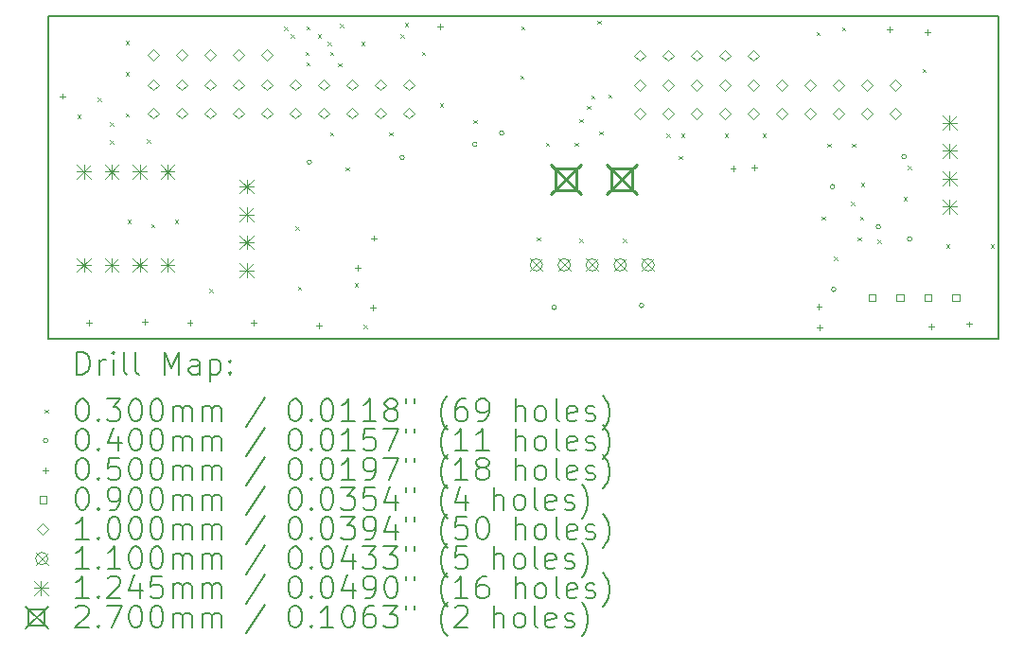
<source format=gbr>
%TF.GenerationSoftware,KiCad,Pcbnew,7.0.7*%
%TF.CreationDate,2023-11-07T21:15:59-05:00*%
%TF.ProjectId,DriveTrain,44726976-6554-4726-9169-6e2e6b696361,rev?*%
%TF.SameCoordinates,Original*%
%TF.FileFunction,Drillmap*%
%TF.FilePolarity,Positive*%
%FSLAX45Y45*%
G04 Gerber Fmt 4.5, Leading zero omitted, Abs format (unit mm)*
G04 Created by KiCad (PCBNEW 7.0.7) date 2023-11-07 21:15:59*
%MOMM*%
%LPD*%
G01*
G04 APERTURE LIST*
%ADD10C,0.150000*%
%ADD11C,0.200000*%
%ADD12C,0.030000*%
%ADD13C,0.040000*%
%ADD14C,0.050000*%
%ADD15C,0.090000*%
%ADD16C,0.100000*%
%ADD17C,0.110000*%
%ADD18C,0.124460*%
%ADD19C,0.270000*%
G04 APERTURE END LIST*
D10*
X12277900Y-3316200D02*
X12277900Y-6200000D01*
X20778700Y-3316200D02*
X20778700Y-6200000D01*
X12277900Y-6200000D02*
X20778700Y-6200000D01*
X12277900Y-3316200D02*
X20778700Y-3316200D01*
D11*
D12*
X12535000Y-4195000D02*
X12565000Y-4225000D01*
X12565000Y-4195000D02*
X12535000Y-4225000D01*
X12715000Y-4045000D02*
X12745000Y-4075000D01*
X12745000Y-4045000D02*
X12715000Y-4075000D01*
X12825000Y-4265000D02*
X12855000Y-4295000D01*
X12855000Y-4265000D02*
X12825000Y-4295000D01*
X12825000Y-4425000D02*
X12855000Y-4455000D01*
X12855000Y-4425000D02*
X12825000Y-4455000D01*
X12965000Y-3535000D02*
X12995000Y-3565000D01*
X12995000Y-3535000D02*
X12965000Y-3565000D01*
X12965000Y-3815000D02*
X12995000Y-3845000D01*
X12995000Y-3815000D02*
X12965000Y-3845000D01*
X12965000Y-4185000D02*
X12995000Y-4215000D01*
X12995000Y-4185000D02*
X12965000Y-4215000D01*
X12981512Y-5134928D02*
X13011512Y-5164928D01*
X13011512Y-5134928D02*
X12981512Y-5164928D01*
X13155000Y-4415000D02*
X13185000Y-4445000D01*
X13185000Y-4415000D02*
X13155000Y-4445000D01*
X13195000Y-5175000D02*
X13225000Y-5205000D01*
X13225000Y-5175000D02*
X13195000Y-5205000D01*
X13405000Y-5135000D02*
X13435000Y-5165000D01*
X13435000Y-5135000D02*
X13405000Y-5165000D01*
X13715000Y-5755000D02*
X13745000Y-5785000D01*
X13745000Y-5755000D02*
X13715000Y-5785000D01*
X14382584Y-3407366D02*
X14412584Y-3437366D01*
X14412584Y-3407366D02*
X14382584Y-3437366D01*
X14445000Y-3475000D02*
X14475000Y-3505000D01*
X14475000Y-3475000D02*
X14445000Y-3505000D01*
X14485000Y-5195000D02*
X14515000Y-5225000D01*
X14515000Y-5195000D02*
X14485000Y-5225000D01*
X14505000Y-5735000D02*
X14535000Y-5765000D01*
X14535000Y-5735000D02*
X14505000Y-5765000D01*
X14575000Y-3635000D02*
X14605000Y-3665000D01*
X14605000Y-3635000D02*
X14575000Y-3665000D01*
X14585000Y-3405000D02*
X14615000Y-3435000D01*
X14615000Y-3405000D02*
X14585000Y-3435000D01*
X14585000Y-3725000D02*
X14615000Y-3755000D01*
X14615000Y-3725000D02*
X14585000Y-3755000D01*
X14685000Y-3475000D02*
X14715000Y-3505000D01*
X14715000Y-3475000D02*
X14685000Y-3505000D01*
X14775000Y-3545000D02*
X14805000Y-3575000D01*
X14805000Y-3545000D02*
X14775000Y-3575000D01*
X14795000Y-3635000D02*
X14825000Y-3665000D01*
X14825000Y-3635000D02*
X14795000Y-3665000D01*
X14795000Y-4355000D02*
X14825000Y-4385000D01*
X14825000Y-4355000D02*
X14795000Y-4385000D01*
X14865000Y-3735000D02*
X14895000Y-3765000D01*
X14895000Y-3735000D02*
X14865000Y-3765000D01*
X14885000Y-3385000D02*
X14915000Y-3415000D01*
X14915000Y-3385000D02*
X14885000Y-3415000D01*
X14935000Y-4665000D02*
X14965000Y-4695000D01*
X14965000Y-4665000D02*
X14935000Y-4695000D01*
X15015000Y-5705000D02*
X15045000Y-5735000D01*
X15045000Y-5705000D02*
X15015000Y-5735000D01*
X15075000Y-3545000D02*
X15105000Y-3575000D01*
X15105000Y-3545000D02*
X15075000Y-3575000D01*
X15095000Y-6075000D02*
X15125000Y-6105000D01*
X15125000Y-6075000D02*
X15095000Y-6105000D01*
X15325000Y-4355000D02*
X15355000Y-4385000D01*
X15355000Y-4355000D02*
X15325000Y-4385000D01*
X15425000Y-3475000D02*
X15455000Y-3505000D01*
X15455000Y-3475000D02*
X15425000Y-3505000D01*
X15465000Y-3375000D02*
X15495000Y-3405000D01*
X15495000Y-3375000D02*
X15465000Y-3405000D01*
X15615000Y-3635000D02*
X15645000Y-3665000D01*
X15645000Y-3635000D02*
X15615000Y-3665000D01*
X15775000Y-4095000D02*
X15805000Y-4125000D01*
X15805000Y-4095000D02*
X15775000Y-4125000D01*
X16076399Y-4244903D02*
X16106399Y-4274903D01*
X16106399Y-4244903D02*
X16076399Y-4274903D01*
X16495000Y-3845000D02*
X16525000Y-3875000D01*
X16525000Y-3845000D02*
X16495000Y-3875000D01*
X16505000Y-3405000D02*
X16535000Y-3435000D01*
X16535000Y-3405000D02*
X16505000Y-3435000D01*
X16645000Y-5295000D02*
X16675000Y-5325000D01*
X16675000Y-5295000D02*
X16645000Y-5325000D01*
X16725000Y-4445000D02*
X16755000Y-4475000D01*
X16755000Y-4445000D02*
X16725000Y-4475000D01*
X16985000Y-4445000D02*
X17015000Y-4475000D01*
X17015000Y-4445000D02*
X16985000Y-4475000D01*
X17025000Y-4235000D02*
X17055000Y-4265000D01*
X17055000Y-4235000D02*
X17025000Y-4265000D01*
X17025000Y-5305000D02*
X17055000Y-5335000D01*
X17055000Y-5305000D02*
X17025000Y-5335000D01*
X17095000Y-4114950D02*
X17125000Y-4144950D01*
X17125000Y-4114950D02*
X17095000Y-4144950D01*
X17132391Y-4022391D02*
X17162391Y-4052391D01*
X17162391Y-4022391D02*
X17132391Y-4052391D01*
X17185000Y-3355000D02*
X17215000Y-3385000D01*
X17215000Y-3355000D02*
X17185000Y-3385000D01*
X17205000Y-4345000D02*
X17235000Y-4375000D01*
X17235000Y-4345000D02*
X17205000Y-4375000D01*
X17285000Y-4015000D02*
X17315000Y-4045000D01*
X17315000Y-4015000D02*
X17285000Y-4045000D01*
X17415000Y-5305000D02*
X17445000Y-5335000D01*
X17445000Y-5305000D02*
X17415000Y-5335000D01*
X17805000Y-4365000D02*
X17835000Y-4395000D01*
X17835000Y-4365000D02*
X17805000Y-4395000D01*
X17915000Y-4565000D02*
X17945000Y-4595000D01*
X17945000Y-4565000D02*
X17915000Y-4595000D01*
X17935000Y-4365000D02*
X17965000Y-4395000D01*
X17965000Y-4365000D02*
X17935000Y-4395000D01*
X18325000Y-4365000D02*
X18355000Y-4395000D01*
X18355000Y-4365000D02*
X18325000Y-4395000D01*
X18665000Y-4365000D02*
X18695000Y-4395000D01*
X18695000Y-4365000D02*
X18665000Y-4395000D01*
X19145000Y-3455000D02*
X19175000Y-3485000D01*
X19175000Y-3455000D02*
X19145000Y-3485000D01*
X19195000Y-5105000D02*
X19225000Y-5135000D01*
X19225000Y-5105000D02*
X19195000Y-5135000D01*
X19245000Y-4455050D02*
X19275000Y-4485050D01*
X19275000Y-4455050D02*
X19245000Y-4485050D01*
X19305000Y-5465000D02*
X19335000Y-5495000D01*
X19335000Y-5465000D02*
X19305000Y-5495000D01*
X19375000Y-3415000D02*
X19405000Y-3445000D01*
X19405000Y-3415000D02*
X19375000Y-3445000D01*
X19455000Y-4975000D02*
X19485000Y-5005000D01*
X19485000Y-4975000D02*
X19455000Y-5005000D01*
X19465000Y-4454950D02*
X19495000Y-4484950D01*
X19495000Y-4454950D02*
X19465000Y-4484950D01*
X19515000Y-5295000D02*
X19545000Y-5325000D01*
X19545000Y-5295000D02*
X19515000Y-5325000D01*
X19535000Y-5105000D02*
X19565000Y-5135000D01*
X19565000Y-5105000D02*
X19535000Y-5135000D01*
X19545000Y-4805000D02*
X19575000Y-4835000D01*
X19575000Y-4805000D02*
X19545000Y-4835000D01*
X19695000Y-5315000D02*
X19725000Y-5345000D01*
X19725000Y-5315000D02*
X19695000Y-5345000D01*
X19925000Y-4935000D02*
X19955000Y-4965000D01*
X19955000Y-4935000D02*
X19925000Y-4965000D01*
X19965000Y-4655000D02*
X19995000Y-4685000D01*
X19995000Y-4655000D02*
X19965000Y-4685000D01*
X20095000Y-3785000D02*
X20125000Y-3815000D01*
X20125000Y-3785000D02*
X20095000Y-3815000D01*
X20305000Y-5355000D02*
X20335000Y-5385000D01*
X20335000Y-5355000D02*
X20305000Y-5385000D01*
X20705000Y-5355000D02*
X20735000Y-5385000D01*
X20735000Y-5355000D02*
X20705000Y-5385000D01*
D13*
X14630000Y-4620000D02*
G75*
G03*
X14630000Y-4620000I-20000J0D01*
G01*
X15460000Y-4578500D02*
G75*
G03*
X15460000Y-4578500I-20000J0D01*
G01*
X16110000Y-4460000D02*
G75*
G03*
X16110000Y-4460000I-20000J0D01*
G01*
X16350000Y-4360000D02*
G75*
G03*
X16350000Y-4360000I-20000J0D01*
G01*
X16820000Y-5920000D02*
G75*
G03*
X16820000Y-5920000I-20000J0D01*
G01*
X17601668Y-5903475D02*
G75*
G03*
X17601668Y-5903475I-20000J0D01*
G01*
X19310000Y-4840000D02*
G75*
G03*
X19310000Y-4840000I-20000J0D01*
G01*
X19320000Y-5760000D02*
G75*
G03*
X19320000Y-5760000I-20000J0D01*
G01*
X19720000Y-5200000D02*
G75*
G03*
X19720000Y-5200000I-20000J0D01*
G01*
X19950000Y-4570000D02*
G75*
G03*
X19950000Y-4570000I-20000J0D01*
G01*
X20000000Y-5310000D02*
G75*
G03*
X20000000Y-5310000I-20000J0D01*
G01*
D14*
X12400000Y-4005000D02*
X12400000Y-4055000D01*
X12375000Y-4030000D02*
X12425000Y-4030000D01*
X12640000Y-6035000D02*
X12640000Y-6085000D01*
X12615000Y-6060000D02*
X12665000Y-6060000D01*
X13140000Y-6025000D02*
X13140000Y-6075000D01*
X13115000Y-6050000D02*
X13165000Y-6050000D01*
X13540000Y-6035000D02*
X13540000Y-6085000D01*
X13515000Y-6060000D02*
X13565000Y-6060000D01*
X14110000Y-6035000D02*
X14110000Y-6085000D01*
X14085000Y-6060000D02*
X14135000Y-6060000D01*
X14698873Y-6061153D02*
X14698873Y-6111153D01*
X14673873Y-6086153D02*
X14723873Y-6086153D01*
X15040000Y-5545000D02*
X15040000Y-5595000D01*
X15015000Y-5570000D02*
X15065000Y-5570000D01*
X15180000Y-5895000D02*
X15180000Y-5945000D01*
X15155000Y-5920000D02*
X15205000Y-5920000D01*
X15190000Y-5275000D02*
X15190000Y-5325000D01*
X15165000Y-5300000D02*
X15215000Y-5300000D01*
X15780125Y-3384123D02*
X15780125Y-3434123D01*
X15755125Y-3409123D02*
X15805125Y-3409123D01*
X18400000Y-4655000D02*
X18400000Y-4705000D01*
X18375000Y-4680000D02*
X18425000Y-4680000D01*
X18590000Y-4645000D02*
X18590000Y-4695000D01*
X18565000Y-4670000D02*
X18615000Y-4670000D01*
X19170000Y-5885000D02*
X19170000Y-5935000D01*
X19145000Y-5910000D02*
X19195000Y-5910000D01*
X19176940Y-6073587D02*
X19176940Y-6123587D01*
X19151940Y-6098587D02*
X19201940Y-6098587D01*
X19800000Y-3405000D02*
X19800000Y-3455000D01*
X19775000Y-3430000D02*
X19825000Y-3430000D01*
X20140000Y-3435000D02*
X20140000Y-3485000D01*
X20115000Y-3460000D02*
X20165000Y-3460000D01*
X20170000Y-6065000D02*
X20170000Y-6115000D01*
X20145000Y-6090000D02*
X20195000Y-6090000D01*
X20510000Y-6045000D02*
X20510000Y-6095000D01*
X20485000Y-6070000D02*
X20535000Y-6070000D01*
D15*
X19676820Y-5866820D02*
X19676820Y-5803180D01*
X19613180Y-5803180D01*
X19613180Y-5866820D01*
X19676820Y-5866820D01*
X19926820Y-5866820D02*
X19926820Y-5803180D01*
X19863180Y-5803180D01*
X19863180Y-5866820D01*
X19926820Y-5866820D01*
X20176820Y-5866820D02*
X20176820Y-5803180D01*
X20113180Y-5803180D01*
X20113180Y-5866820D01*
X20176820Y-5866820D01*
X20426820Y-5866820D02*
X20426820Y-5803180D01*
X20363180Y-5803180D01*
X20363180Y-5866820D01*
X20426820Y-5866820D01*
D16*
X13211500Y-3714300D02*
X13261500Y-3664300D01*
X13211500Y-3614300D01*
X13161500Y-3664300D01*
X13211500Y-3714300D01*
X13211500Y-3978300D02*
X13261500Y-3928300D01*
X13211500Y-3878300D01*
X13161500Y-3928300D01*
X13211500Y-3978300D01*
X13211500Y-4232300D02*
X13261500Y-4182300D01*
X13211500Y-4132300D01*
X13161500Y-4182300D01*
X13211500Y-4232300D01*
X13465500Y-3714300D02*
X13515500Y-3664300D01*
X13465500Y-3614300D01*
X13415500Y-3664300D01*
X13465500Y-3714300D01*
X13465500Y-3978300D02*
X13515500Y-3928300D01*
X13465500Y-3878300D01*
X13415500Y-3928300D01*
X13465500Y-3978300D01*
X13465500Y-4232300D02*
X13515500Y-4182300D01*
X13465500Y-4132300D01*
X13415500Y-4182300D01*
X13465500Y-4232300D01*
X13719500Y-3714300D02*
X13769500Y-3664300D01*
X13719500Y-3614300D01*
X13669500Y-3664300D01*
X13719500Y-3714300D01*
X13719500Y-3978300D02*
X13769500Y-3928300D01*
X13719500Y-3878300D01*
X13669500Y-3928300D01*
X13719500Y-3978300D01*
X13719500Y-4232300D02*
X13769500Y-4182300D01*
X13719500Y-4132300D01*
X13669500Y-4182300D01*
X13719500Y-4232300D01*
X13973500Y-3714300D02*
X14023500Y-3664300D01*
X13973500Y-3614300D01*
X13923500Y-3664300D01*
X13973500Y-3714300D01*
X13973500Y-3978300D02*
X14023500Y-3928300D01*
X13973500Y-3878300D01*
X13923500Y-3928300D01*
X13973500Y-3978300D01*
X13973500Y-4232300D02*
X14023500Y-4182300D01*
X13973500Y-4132300D01*
X13923500Y-4182300D01*
X13973500Y-4232300D01*
X14227500Y-3714300D02*
X14277500Y-3664300D01*
X14227500Y-3614300D01*
X14177500Y-3664300D01*
X14227500Y-3714300D01*
X14227500Y-3978300D02*
X14277500Y-3928300D01*
X14227500Y-3878300D01*
X14177500Y-3928300D01*
X14227500Y-3978300D01*
X14227500Y-4232300D02*
X14277500Y-4182300D01*
X14227500Y-4132300D01*
X14177500Y-4182300D01*
X14227500Y-4232300D01*
X14481500Y-3978300D02*
X14531500Y-3928300D01*
X14481500Y-3878300D01*
X14431500Y-3928300D01*
X14481500Y-3978300D01*
X14481500Y-4232300D02*
X14531500Y-4182300D01*
X14481500Y-4132300D01*
X14431500Y-4182300D01*
X14481500Y-4232300D01*
X14735500Y-3978300D02*
X14785500Y-3928300D01*
X14735500Y-3878300D01*
X14685500Y-3928300D01*
X14735500Y-3978300D01*
X14735500Y-4232300D02*
X14785500Y-4182300D01*
X14735500Y-4132300D01*
X14685500Y-4182300D01*
X14735500Y-4232300D01*
X14989500Y-3978300D02*
X15039500Y-3928300D01*
X14989500Y-3878300D01*
X14939500Y-3928300D01*
X14989500Y-3978300D01*
X14989500Y-4232300D02*
X15039500Y-4182300D01*
X14989500Y-4132300D01*
X14939500Y-4182300D01*
X14989500Y-4232300D01*
X15243500Y-3978300D02*
X15293500Y-3928300D01*
X15243500Y-3878300D01*
X15193500Y-3928300D01*
X15243500Y-3978300D01*
X15243500Y-4232300D02*
X15293500Y-4182300D01*
X15243500Y-4132300D01*
X15193500Y-4182300D01*
X15243500Y-4232300D01*
X15497500Y-3978300D02*
X15547500Y-3928300D01*
X15497500Y-3878300D01*
X15447500Y-3928300D01*
X15497500Y-3978300D01*
X15497500Y-4232300D02*
X15547500Y-4182300D01*
X15497500Y-4132300D01*
X15447500Y-4182300D01*
X15497500Y-4232300D01*
X17567000Y-3716300D02*
X17617000Y-3666300D01*
X17567000Y-3616300D01*
X17517000Y-3666300D01*
X17567000Y-3716300D01*
X17567000Y-3980300D02*
X17617000Y-3930300D01*
X17567000Y-3880300D01*
X17517000Y-3930300D01*
X17567000Y-3980300D01*
X17567000Y-4234300D02*
X17617000Y-4184300D01*
X17567000Y-4134300D01*
X17517000Y-4184300D01*
X17567000Y-4234300D01*
X17821000Y-3716300D02*
X17871000Y-3666300D01*
X17821000Y-3616300D01*
X17771000Y-3666300D01*
X17821000Y-3716300D01*
X17821000Y-3980300D02*
X17871000Y-3930300D01*
X17821000Y-3880300D01*
X17771000Y-3930300D01*
X17821000Y-3980300D01*
X17821000Y-4234300D02*
X17871000Y-4184300D01*
X17821000Y-4134300D01*
X17771000Y-4184300D01*
X17821000Y-4234300D01*
X18075000Y-3716300D02*
X18125000Y-3666300D01*
X18075000Y-3616300D01*
X18025000Y-3666300D01*
X18075000Y-3716300D01*
X18075000Y-3980300D02*
X18125000Y-3930300D01*
X18075000Y-3880300D01*
X18025000Y-3930300D01*
X18075000Y-3980300D01*
X18075000Y-4234300D02*
X18125000Y-4184300D01*
X18075000Y-4134300D01*
X18025000Y-4184300D01*
X18075000Y-4234300D01*
X18329000Y-3716300D02*
X18379000Y-3666300D01*
X18329000Y-3616300D01*
X18279000Y-3666300D01*
X18329000Y-3716300D01*
X18329000Y-3980300D02*
X18379000Y-3930300D01*
X18329000Y-3880300D01*
X18279000Y-3930300D01*
X18329000Y-3980300D01*
X18329000Y-4234300D02*
X18379000Y-4184300D01*
X18329000Y-4134300D01*
X18279000Y-4184300D01*
X18329000Y-4234300D01*
X18583000Y-3716300D02*
X18633000Y-3666300D01*
X18583000Y-3616300D01*
X18533000Y-3666300D01*
X18583000Y-3716300D01*
X18583000Y-3980300D02*
X18633000Y-3930300D01*
X18583000Y-3880300D01*
X18533000Y-3930300D01*
X18583000Y-3980300D01*
X18583000Y-4234300D02*
X18633000Y-4184300D01*
X18583000Y-4134300D01*
X18533000Y-4184300D01*
X18583000Y-4234300D01*
X18837000Y-3980300D02*
X18887000Y-3930300D01*
X18837000Y-3880300D01*
X18787000Y-3930300D01*
X18837000Y-3980300D01*
X18837000Y-4234300D02*
X18887000Y-4184300D01*
X18837000Y-4134300D01*
X18787000Y-4184300D01*
X18837000Y-4234300D01*
X19091000Y-3980300D02*
X19141000Y-3930300D01*
X19091000Y-3880300D01*
X19041000Y-3930300D01*
X19091000Y-3980300D01*
X19091000Y-4234300D02*
X19141000Y-4184300D01*
X19091000Y-4134300D01*
X19041000Y-4184300D01*
X19091000Y-4234300D01*
X19345000Y-3980300D02*
X19395000Y-3930300D01*
X19345000Y-3880300D01*
X19295000Y-3930300D01*
X19345000Y-3980300D01*
X19345000Y-4234300D02*
X19395000Y-4184300D01*
X19345000Y-4134300D01*
X19295000Y-4184300D01*
X19345000Y-4234300D01*
X19599000Y-3980300D02*
X19649000Y-3930300D01*
X19599000Y-3880300D01*
X19549000Y-3930300D01*
X19599000Y-3980300D01*
X19599000Y-4234300D02*
X19649000Y-4184300D01*
X19599000Y-4134300D01*
X19549000Y-4184300D01*
X19599000Y-4234300D01*
X19853000Y-3980300D02*
X19903000Y-3930300D01*
X19853000Y-3880300D01*
X19803000Y-3930300D01*
X19853000Y-3980300D01*
X19853000Y-4234300D02*
X19903000Y-4184300D01*
X19853000Y-4134300D01*
X19803000Y-4184300D01*
X19853000Y-4234300D01*
D17*
X16584976Y-5485000D02*
X16694976Y-5595000D01*
X16694976Y-5485000D02*
X16584976Y-5595000D01*
X16694976Y-5540000D02*
G75*
G03*
X16694976Y-5540000I-55000J0D01*
G01*
X16834976Y-5485000D02*
X16944976Y-5595000D01*
X16944976Y-5485000D02*
X16834976Y-5595000D01*
X16944976Y-5540000D02*
G75*
G03*
X16944976Y-5540000I-55000J0D01*
G01*
X17084976Y-5485000D02*
X17194976Y-5595000D01*
X17194976Y-5485000D02*
X17084976Y-5595000D01*
X17194976Y-5540000D02*
G75*
G03*
X17194976Y-5540000I-55000J0D01*
G01*
X17334976Y-5485000D02*
X17444976Y-5595000D01*
X17444976Y-5485000D02*
X17334976Y-5595000D01*
X17444976Y-5540000D02*
G75*
G03*
X17444976Y-5540000I-55000J0D01*
G01*
X17584976Y-5485000D02*
X17694976Y-5595000D01*
X17694976Y-5485000D02*
X17584976Y-5595000D01*
X17694976Y-5540000D02*
G75*
G03*
X17694976Y-5540000I-55000J0D01*
G01*
D18*
X12529430Y-4644790D02*
X12653890Y-4769250D01*
X12653890Y-4644790D02*
X12529430Y-4769250D01*
X12591660Y-4644790D02*
X12591660Y-4769250D01*
X12529430Y-4707020D02*
X12653890Y-4707020D01*
X12529430Y-5477770D02*
X12653890Y-5602230D01*
X12653890Y-5477770D02*
X12529430Y-5602230D01*
X12591660Y-5477770D02*
X12591660Y-5602230D01*
X12529430Y-5540000D02*
X12653890Y-5540000D01*
X12779430Y-4644790D02*
X12903890Y-4769250D01*
X12903890Y-4644790D02*
X12779430Y-4769250D01*
X12841660Y-4644790D02*
X12841660Y-4769250D01*
X12779430Y-4707020D02*
X12903890Y-4707020D01*
X12779430Y-5477770D02*
X12903890Y-5602230D01*
X12903890Y-5477770D02*
X12779430Y-5602230D01*
X12841660Y-5477770D02*
X12841660Y-5602230D01*
X12779430Y-5540000D02*
X12903890Y-5540000D01*
X13029430Y-4644790D02*
X13153890Y-4769250D01*
X13153890Y-4644790D02*
X13029430Y-4769250D01*
X13091660Y-4644790D02*
X13091660Y-4769250D01*
X13029430Y-4707020D02*
X13153890Y-4707020D01*
X13029430Y-5477770D02*
X13153890Y-5602230D01*
X13153890Y-5477770D02*
X13029430Y-5602230D01*
X13091660Y-5477770D02*
X13091660Y-5602230D01*
X13029430Y-5540000D02*
X13153890Y-5540000D01*
X13279430Y-4644790D02*
X13403890Y-4769250D01*
X13403890Y-4644790D02*
X13279430Y-4769250D01*
X13341660Y-4644790D02*
X13341660Y-4769250D01*
X13279430Y-4707020D02*
X13403890Y-4707020D01*
X13279430Y-5477770D02*
X13403890Y-5602230D01*
X13403890Y-5477770D02*
X13279430Y-5602230D01*
X13341660Y-5477770D02*
X13341660Y-5602230D01*
X13279430Y-5540000D02*
X13403890Y-5540000D01*
X13987770Y-4776110D02*
X14112230Y-4900570D01*
X14112230Y-4776110D02*
X13987770Y-4900570D01*
X14050000Y-4776110D02*
X14050000Y-4900570D01*
X13987770Y-4838340D02*
X14112230Y-4838340D01*
X13987770Y-5026110D02*
X14112230Y-5150570D01*
X14112230Y-5026110D02*
X13987770Y-5150570D01*
X14050000Y-5026110D02*
X14050000Y-5150570D01*
X13987770Y-5088340D02*
X14112230Y-5088340D01*
X13987770Y-5276110D02*
X14112230Y-5400570D01*
X14112230Y-5276110D02*
X13987770Y-5400570D01*
X14050000Y-5276110D02*
X14050000Y-5400570D01*
X13987770Y-5338340D02*
X14112230Y-5338340D01*
X13987770Y-5526110D02*
X14112230Y-5650570D01*
X14112230Y-5526110D02*
X13987770Y-5650570D01*
X14050000Y-5526110D02*
X14050000Y-5650570D01*
X13987770Y-5588340D02*
X14112230Y-5588340D01*
X20274790Y-4206110D02*
X20399250Y-4330570D01*
X20399250Y-4206110D02*
X20274790Y-4330570D01*
X20337020Y-4206110D02*
X20337020Y-4330570D01*
X20274790Y-4268340D02*
X20399250Y-4268340D01*
X20274790Y-4456110D02*
X20399250Y-4580570D01*
X20399250Y-4456110D02*
X20274790Y-4580570D01*
X20337020Y-4456110D02*
X20337020Y-4580570D01*
X20274790Y-4518340D02*
X20399250Y-4518340D01*
X20274790Y-4706110D02*
X20399250Y-4830570D01*
X20399250Y-4706110D02*
X20274790Y-4830570D01*
X20337020Y-4706110D02*
X20337020Y-4830570D01*
X20274790Y-4768340D02*
X20399250Y-4768340D01*
X20274790Y-4956110D02*
X20399250Y-5080570D01*
X20399250Y-4956110D02*
X20274790Y-5080570D01*
X20337020Y-4956110D02*
X20337020Y-5080570D01*
X20274790Y-5018340D02*
X20399250Y-5018340D01*
D19*
X16770000Y-4640000D02*
X17040000Y-4910000D01*
X17040000Y-4640000D02*
X16770000Y-4910000D01*
X17000460Y-4870460D02*
X17000460Y-4679540D01*
X16809540Y-4679540D01*
X16809540Y-4870460D01*
X17000460Y-4870460D01*
X17270000Y-4640000D02*
X17540000Y-4910000D01*
X17540000Y-4640000D02*
X17270000Y-4910000D01*
X17500460Y-4870460D02*
X17500460Y-4679540D01*
X17309540Y-4679540D01*
X17309540Y-4870460D01*
X17500460Y-4870460D01*
D11*
X12531177Y-6518984D02*
X12531177Y-6318984D01*
X12531177Y-6318984D02*
X12578796Y-6318984D01*
X12578796Y-6318984D02*
X12607367Y-6328508D01*
X12607367Y-6328508D02*
X12626415Y-6347555D01*
X12626415Y-6347555D02*
X12635939Y-6366603D01*
X12635939Y-6366603D02*
X12645462Y-6404698D01*
X12645462Y-6404698D02*
X12645462Y-6433269D01*
X12645462Y-6433269D02*
X12635939Y-6471365D01*
X12635939Y-6471365D02*
X12626415Y-6490412D01*
X12626415Y-6490412D02*
X12607367Y-6509460D01*
X12607367Y-6509460D02*
X12578796Y-6518984D01*
X12578796Y-6518984D02*
X12531177Y-6518984D01*
X12731177Y-6518984D02*
X12731177Y-6385650D01*
X12731177Y-6423746D02*
X12740701Y-6404698D01*
X12740701Y-6404698D02*
X12750224Y-6395174D01*
X12750224Y-6395174D02*
X12769272Y-6385650D01*
X12769272Y-6385650D02*
X12788320Y-6385650D01*
X12854986Y-6518984D02*
X12854986Y-6385650D01*
X12854986Y-6318984D02*
X12845462Y-6328508D01*
X12845462Y-6328508D02*
X12854986Y-6338031D01*
X12854986Y-6338031D02*
X12864510Y-6328508D01*
X12864510Y-6328508D02*
X12854986Y-6318984D01*
X12854986Y-6318984D02*
X12854986Y-6338031D01*
X12978796Y-6518984D02*
X12959748Y-6509460D01*
X12959748Y-6509460D02*
X12950224Y-6490412D01*
X12950224Y-6490412D02*
X12950224Y-6318984D01*
X13083558Y-6518984D02*
X13064510Y-6509460D01*
X13064510Y-6509460D02*
X13054986Y-6490412D01*
X13054986Y-6490412D02*
X13054986Y-6318984D01*
X13312129Y-6518984D02*
X13312129Y-6318984D01*
X13312129Y-6318984D02*
X13378796Y-6461841D01*
X13378796Y-6461841D02*
X13445462Y-6318984D01*
X13445462Y-6318984D02*
X13445462Y-6518984D01*
X13626415Y-6518984D02*
X13626415Y-6414222D01*
X13626415Y-6414222D02*
X13616891Y-6395174D01*
X13616891Y-6395174D02*
X13597843Y-6385650D01*
X13597843Y-6385650D02*
X13559748Y-6385650D01*
X13559748Y-6385650D02*
X13540701Y-6395174D01*
X13626415Y-6509460D02*
X13607367Y-6518984D01*
X13607367Y-6518984D02*
X13559748Y-6518984D01*
X13559748Y-6518984D02*
X13540701Y-6509460D01*
X13540701Y-6509460D02*
X13531177Y-6490412D01*
X13531177Y-6490412D02*
X13531177Y-6471365D01*
X13531177Y-6471365D02*
X13540701Y-6452317D01*
X13540701Y-6452317D02*
X13559748Y-6442793D01*
X13559748Y-6442793D02*
X13607367Y-6442793D01*
X13607367Y-6442793D02*
X13626415Y-6433269D01*
X13721653Y-6385650D02*
X13721653Y-6585650D01*
X13721653Y-6395174D02*
X13740701Y-6385650D01*
X13740701Y-6385650D02*
X13778796Y-6385650D01*
X13778796Y-6385650D02*
X13797843Y-6395174D01*
X13797843Y-6395174D02*
X13807367Y-6404698D01*
X13807367Y-6404698D02*
X13816891Y-6423746D01*
X13816891Y-6423746D02*
X13816891Y-6480888D01*
X13816891Y-6480888D02*
X13807367Y-6499936D01*
X13807367Y-6499936D02*
X13797843Y-6509460D01*
X13797843Y-6509460D02*
X13778796Y-6518984D01*
X13778796Y-6518984D02*
X13740701Y-6518984D01*
X13740701Y-6518984D02*
X13721653Y-6509460D01*
X13902605Y-6499936D02*
X13912129Y-6509460D01*
X13912129Y-6509460D02*
X13902605Y-6518984D01*
X13902605Y-6518984D02*
X13893082Y-6509460D01*
X13893082Y-6509460D02*
X13902605Y-6499936D01*
X13902605Y-6499936D02*
X13902605Y-6518984D01*
X13902605Y-6395174D02*
X13912129Y-6404698D01*
X13912129Y-6404698D02*
X13902605Y-6414222D01*
X13902605Y-6414222D02*
X13893082Y-6404698D01*
X13893082Y-6404698D02*
X13902605Y-6395174D01*
X13902605Y-6395174D02*
X13902605Y-6414222D01*
D12*
X12240400Y-6832500D02*
X12270400Y-6862500D01*
X12270400Y-6832500D02*
X12240400Y-6862500D01*
D11*
X12569272Y-6738984D02*
X12588320Y-6738984D01*
X12588320Y-6738984D02*
X12607367Y-6748508D01*
X12607367Y-6748508D02*
X12616891Y-6758031D01*
X12616891Y-6758031D02*
X12626415Y-6777079D01*
X12626415Y-6777079D02*
X12635939Y-6815174D01*
X12635939Y-6815174D02*
X12635939Y-6862793D01*
X12635939Y-6862793D02*
X12626415Y-6900888D01*
X12626415Y-6900888D02*
X12616891Y-6919936D01*
X12616891Y-6919936D02*
X12607367Y-6929460D01*
X12607367Y-6929460D02*
X12588320Y-6938984D01*
X12588320Y-6938984D02*
X12569272Y-6938984D01*
X12569272Y-6938984D02*
X12550224Y-6929460D01*
X12550224Y-6929460D02*
X12540701Y-6919936D01*
X12540701Y-6919936D02*
X12531177Y-6900888D01*
X12531177Y-6900888D02*
X12521653Y-6862793D01*
X12521653Y-6862793D02*
X12521653Y-6815174D01*
X12521653Y-6815174D02*
X12531177Y-6777079D01*
X12531177Y-6777079D02*
X12540701Y-6758031D01*
X12540701Y-6758031D02*
X12550224Y-6748508D01*
X12550224Y-6748508D02*
X12569272Y-6738984D01*
X12721653Y-6919936D02*
X12731177Y-6929460D01*
X12731177Y-6929460D02*
X12721653Y-6938984D01*
X12721653Y-6938984D02*
X12712129Y-6929460D01*
X12712129Y-6929460D02*
X12721653Y-6919936D01*
X12721653Y-6919936D02*
X12721653Y-6938984D01*
X12797843Y-6738984D02*
X12921653Y-6738984D01*
X12921653Y-6738984D02*
X12854986Y-6815174D01*
X12854986Y-6815174D02*
X12883558Y-6815174D01*
X12883558Y-6815174D02*
X12902605Y-6824698D01*
X12902605Y-6824698D02*
X12912129Y-6834222D01*
X12912129Y-6834222D02*
X12921653Y-6853269D01*
X12921653Y-6853269D02*
X12921653Y-6900888D01*
X12921653Y-6900888D02*
X12912129Y-6919936D01*
X12912129Y-6919936D02*
X12902605Y-6929460D01*
X12902605Y-6929460D02*
X12883558Y-6938984D01*
X12883558Y-6938984D02*
X12826415Y-6938984D01*
X12826415Y-6938984D02*
X12807367Y-6929460D01*
X12807367Y-6929460D02*
X12797843Y-6919936D01*
X13045462Y-6738984D02*
X13064510Y-6738984D01*
X13064510Y-6738984D02*
X13083558Y-6748508D01*
X13083558Y-6748508D02*
X13093082Y-6758031D01*
X13093082Y-6758031D02*
X13102605Y-6777079D01*
X13102605Y-6777079D02*
X13112129Y-6815174D01*
X13112129Y-6815174D02*
X13112129Y-6862793D01*
X13112129Y-6862793D02*
X13102605Y-6900888D01*
X13102605Y-6900888D02*
X13093082Y-6919936D01*
X13093082Y-6919936D02*
X13083558Y-6929460D01*
X13083558Y-6929460D02*
X13064510Y-6938984D01*
X13064510Y-6938984D02*
X13045462Y-6938984D01*
X13045462Y-6938984D02*
X13026415Y-6929460D01*
X13026415Y-6929460D02*
X13016891Y-6919936D01*
X13016891Y-6919936D02*
X13007367Y-6900888D01*
X13007367Y-6900888D02*
X12997843Y-6862793D01*
X12997843Y-6862793D02*
X12997843Y-6815174D01*
X12997843Y-6815174D02*
X13007367Y-6777079D01*
X13007367Y-6777079D02*
X13016891Y-6758031D01*
X13016891Y-6758031D02*
X13026415Y-6748508D01*
X13026415Y-6748508D02*
X13045462Y-6738984D01*
X13235939Y-6738984D02*
X13254986Y-6738984D01*
X13254986Y-6738984D02*
X13274034Y-6748508D01*
X13274034Y-6748508D02*
X13283558Y-6758031D01*
X13283558Y-6758031D02*
X13293082Y-6777079D01*
X13293082Y-6777079D02*
X13302605Y-6815174D01*
X13302605Y-6815174D02*
X13302605Y-6862793D01*
X13302605Y-6862793D02*
X13293082Y-6900888D01*
X13293082Y-6900888D02*
X13283558Y-6919936D01*
X13283558Y-6919936D02*
X13274034Y-6929460D01*
X13274034Y-6929460D02*
X13254986Y-6938984D01*
X13254986Y-6938984D02*
X13235939Y-6938984D01*
X13235939Y-6938984D02*
X13216891Y-6929460D01*
X13216891Y-6929460D02*
X13207367Y-6919936D01*
X13207367Y-6919936D02*
X13197843Y-6900888D01*
X13197843Y-6900888D02*
X13188320Y-6862793D01*
X13188320Y-6862793D02*
X13188320Y-6815174D01*
X13188320Y-6815174D02*
X13197843Y-6777079D01*
X13197843Y-6777079D02*
X13207367Y-6758031D01*
X13207367Y-6758031D02*
X13216891Y-6748508D01*
X13216891Y-6748508D02*
X13235939Y-6738984D01*
X13388320Y-6938984D02*
X13388320Y-6805650D01*
X13388320Y-6824698D02*
X13397843Y-6815174D01*
X13397843Y-6815174D02*
X13416891Y-6805650D01*
X13416891Y-6805650D02*
X13445463Y-6805650D01*
X13445463Y-6805650D02*
X13464510Y-6815174D01*
X13464510Y-6815174D02*
X13474034Y-6834222D01*
X13474034Y-6834222D02*
X13474034Y-6938984D01*
X13474034Y-6834222D02*
X13483558Y-6815174D01*
X13483558Y-6815174D02*
X13502605Y-6805650D01*
X13502605Y-6805650D02*
X13531177Y-6805650D01*
X13531177Y-6805650D02*
X13550224Y-6815174D01*
X13550224Y-6815174D02*
X13559748Y-6834222D01*
X13559748Y-6834222D02*
X13559748Y-6938984D01*
X13654986Y-6938984D02*
X13654986Y-6805650D01*
X13654986Y-6824698D02*
X13664510Y-6815174D01*
X13664510Y-6815174D02*
X13683558Y-6805650D01*
X13683558Y-6805650D02*
X13712129Y-6805650D01*
X13712129Y-6805650D02*
X13731177Y-6815174D01*
X13731177Y-6815174D02*
X13740701Y-6834222D01*
X13740701Y-6834222D02*
X13740701Y-6938984D01*
X13740701Y-6834222D02*
X13750224Y-6815174D01*
X13750224Y-6815174D02*
X13769272Y-6805650D01*
X13769272Y-6805650D02*
X13797843Y-6805650D01*
X13797843Y-6805650D02*
X13816891Y-6815174D01*
X13816891Y-6815174D02*
X13826415Y-6834222D01*
X13826415Y-6834222D02*
X13826415Y-6938984D01*
X14216891Y-6729460D02*
X14045463Y-6986603D01*
X14474034Y-6738984D02*
X14493082Y-6738984D01*
X14493082Y-6738984D02*
X14512129Y-6748508D01*
X14512129Y-6748508D02*
X14521653Y-6758031D01*
X14521653Y-6758031D02*
X14531177Y-6777079D01*
X14531177Y-6777079D02*
X14540701Y-6815174D01*
X14540701Y-6815174D02*
X14540701Y-6862793D01*
X14540701Y-6862793D02*
X14531177Y-6900888D01*
X14531177Y-6900888D02*
X14521653Y-6919936D01*
X14521653Y-6919936D02*
X14512129Y-6929460D01*
X14512129Y-6929460D02*
X14493082Y-6938984D01*
X14493082Y-6938984D02*
X14474034Y-6938984D01*
X14474034Y-6938984D02*
X14454986Y-6929460D01*
X14454986Y-6929460D02*
X14445463Y-6919936D01*
X14445463Y-6919936D02*
X14435939Y-6900888D01*
X14435939Y-6900888D02*
X14426415Y-6862793D01*
X14426415Y-6862793D02*
X14426415Y-6815174D01*
X14426415Y-6815174D02*
X14435939Y-6777079D01*
X14435939Y-6777079D02*
X14445463Y-6758031D01*
X14445463Y-6758031D02*
X14454986Y-6748508D01*
X14454986Y-6748508D02*
X14474034Y-6738984D01*
X14626415Y-6919936D02*
X14635939Y-6929460D01*
X14635939Y-6929460D02*
X14626415Y-6938984D01*
X14626415Y-6938984D02*
X14616891Y-6929460D01*
X14616891Y-6929460D02*
X14626415Y-6919936D01*
X14626415Y-6919936D02*
X14626415Y-6938984D01*
X14759748Y-6738984D02*
X14778796Y-6738984D01*
X14778796Y-6738984D02*
X14797844Y-6748508D01*
X14797844Y-6748508D02*
X14807367Y-6758031D01*
X14807367Y-6758031D02*
X14816891Y-6777079D01*
X14816891Y-6777079D02*
X14826415Y-6815174D01*
X14826415Y-6815174D02*
X14826415Y-6862793D01*
X14826415Y-6862793D02*
X14816891Y-6900888D01*
X14816891Y-6900888D02*
X14807367Y-6919936D01*
X14807367Y-6919936D02*
X14797844Y-6929460D01*
X14797844Y-6929460D02*
X14778796Y-6938984D01*
X14778796Y-6938984D02*
X14759748Y-6938984D01*
X14759748Y-6938984D02*
X14740701Y-6929460D01*
X14740701Y-6929460D02*
X14731177Y-6919936D01*
X14731177Y-6919936D02*
X14721653Y-6900888D01*
X14721653Y-6900888D02*
X14712129Y-6862793D01*
X14712129Y-6862793D02*
X14712129Y-6815174D01*
X14712129Y-6815174D02*
X14721653Y-6777079D01*
X14721653Y-6777079D02*
X14731177Y-6758031D01*
X14731177Y-6758031D02*
X14740701Y-6748508D01*
X14740701Y-6748508D02*
X14759748Y-6738984D01*
X15016891Y-6938984D02*
X14902606Y-6938984D01*
X14959748Y-6938984D02*
X14959748Y-6738984D01*
X14959748Y-6738984D02*
X14940701Y-6767555D01*
X14940701Y-6767555D02*
X14921653Y-6786603D01*
X14921653Y-6786603D02*
X14902606Y-6796127D01*
X15207367Y-6938984D02*
X15093082Y-6938984D01*
X15150225Y-6938984D02*
X15150225Y-6738984D01*
X15150225Y-6738984D02*
X15131177Y-6767555D01*
X15131177Y-6767555D02*
X15112129Y-6786603D01*
X15112129Y-6786603D02*
X15093082Y-6796127D01*
X15321653Y-6824698D02*
X15302606Y-6815174D01*
X15302606Y-6815174D02*
X15293082Y-6805650D01*
X15293082Y-6805650D02*
X15283558Y-6786603D01*
X15283558Y-6786603D02*
X15283558Y-6777079D01*
X15283558Y-6777079D02*
X15293082Y-6758031D01*
X15293082Y-6758031D02*
X15302606Y-6748508D01*
X15302606Y-6748508D02*
X15321653Y-6738984D01*
X15321653Y-6738984D02*
X15359748Y-6738984D01*
X15359748Y-6738984D02*
X15378796Y-6748508D01*
X15378796Y-6748508D02*
X15388320Y-6758031D01*
X15388320Y-6758031D02*
X15397844Y-6777079D01*
X15397844Y-6777079D02*
X15397844Y-6786603D01*
X15397844Y-6786603D02*
X15388320Y-6805650D01*
X15388320Y-6805650D02*
X15378796Y-6815174D01*
X15378796Y-6815174D02*
X15359748Y-6824698D01*
X15359748Y-6824698D02*
X15321653Y-6824698D01*
X15321653Y-6824698D02*
X15302606Y-6834222D01*
X15302606Y-6834222D02*
X15293082Y-6843746D01*
X15293082Y-6843746D02*
X15283558Y-6862793D01*
X15283558Y-6862793D02*
X15283558Y-6900888D01*
X15283558Y-6900888D02*
X15293082Y-6919936D01*
X15293082Y-6919936D02*
X15302606Y-6929460D01*
X15302606Y-6929460D02*
X15321653Y-6938984D01*
X15321653Y-6938984D02*
X15359748Y-6938984D01*
X15359748Y-6938984D02*
X15378796Y-6929460D01*
X15378796Y-6929460D02*
X15388320Y-6919936D01*
X15388320Y-6919936D02*
X15397844Y-6900888D01*
X15397844Y-6900888D02*
X15397844Y-6862793D01*
X15397844Y-6862793D02*
X15388320Y-6843746D01*
X15388320Y-6843746D02*
X15378796Y-6834222D01*
X15378796Y-6834222D02*
X15359748Y-6824698D01*
X15474034Y-6738984D02*
X15474034Y-6777079D01*
X15550225Y-6738984D02*
X15550225Y-6777079D01*
X15845463Y-7015174D02*
X15835939Y-7005650D01*
X15835939Y-7005650D02*
X15816891Y-6977079D01*
X15816891Y-6977079D02*
X15807368Y-6958031D01*
X15807368Y-6958031D02*
X15797844Y-6929460D01*
X15797844Y-6929460D02*
X15788320Y-6881841D01*
X15788320Y-6881841D02*
X15788320Y-6843746D01*
X15788320Y-6843746D02*
X15797844Y-6796127D01*
X15797844Y-6796127D02*
X15807368Y-6767555D01*
X15807368Y-6767555D02*
X15816891Y-6748508D01*
X15816891Y-6748508D02*
X15835939Y-6719936D01*
X15835939Y-6719936D02*
X15845463Y-6710412D01*
X16007368Y-6738984D02*
X15969272Y-6738984D01*
X15969272Y-6738984D02*
X15950225Y-6748508D01*
X15950225Y-6748508D02*
X15940701Y-6758031D01*
X15940701Y-6758031D02*
X15921653Y-6786603D01*
X15921653Y-6786603D02*
X15912129Y-6824698D01*
X15912129Y-6824698D02*
X15912129Y-6900888D01*
X15912129Y-6900888D02*
X15921653Y-6919936D01*
X15921653Y-6919936D02*
X15931177Y-6929460D01*
X15931177Y-6929460D02*
X15950225Y-6938984D01*
X15950225Y-6938984D02*
X15988320Y-6938984D01*
X15988320Y-6938984D02*
X16007368Y-6929460D01*
X16007368Y-6929460D02*
X16016891Y-6919936D01*
X16016891Y-6919936D02*
X16026415Y-6900888D01*
X16026415Y-6900888D02*
X16026415Y-6853269D01*
X16026415Y-6853269D02*
X16016891Y-6834222D01*
X16016891Y-6834222D02*
X16007368Y-6824698D01*
X16007368Y-6824698D02*
X15988320Y-6815174D01*
X15988320Y-6815174D02*
X15950225Y-6815174D01*
X15950225Y-6815174D02*
X15931177Y-6824698D01*
X15931177Y-6824698D02*
X15921653Y-6834222D01*
X15921653Y-6834222D02*
X15912129Y-6853269D01*
X16121653Y-6938984D02*
X16159748Y-6938984D01*
X16159748Y-6938984D02*
X16178796Y-6929460D01*
X16178796Y-6929460D02*
X16188320Y-6919936D01*
X16188320Y-6919936D02*
X16207368Y-6891365D01*
X16207368Y-6891365D02*
X16216891Y-6853269D01*
X16216891Y-6853269D02*
X16216891Y-6777079D01*
X16216891Y-6777079D02*
X16207368Y-6758031D01*
X16207368Y-6758031D02*
X16197844Y-6748508D01*
X16197844Y-6748508D02*
X16178796Y-6738984D01*
X16178796Y-6738984D02*
X16140701Y-6738984D01*
X16140701Y-6738984D02*
X16121653Y-6748508D01*
X16121653Y-6748508D02*
X16112129Y-6758031D01*
X16112129Y-6758031D02*
X16102606Y-6777079D01*
X16102606Y-6777079D02*
X16102606Y-6824698D01*
X16102606Y-6824698D02*
X16112129Y-6843746D01*
X16112129Y-6843746D02*
X16121653Y-6853269D01*
X16121653Y-6853269D02*
X16140701Y-6862793D01*
X16140701Y-6862793D02*
X16178796Y-6862793D01*
X16178796Y-6862793D02*
X16197844Y-6853269D01*
X16197844Y-6853269D02*
X16207368Y-6843746D01*
X16207368Y-6843746D02*
X16216891Y-6824698D01*
X16454987Y-6938984D02*
X16454987Y-6738984D01*
X16540701Y-6938984D02*
X16540701Y-6834222D01*
X16540701Y-6834222D02*
X16531177Y-6815174D01*
X16531177Y-6815174D02*
X16512130Y-6805650D01*
X16512130Y-6805650D02*
X16483558Y-6805650D01*
X16483558Y-6805650D02*
X16464510Y-6815174D01*
X16464510Y-6815174D02*
X16454987Y-6824698D01*
X16664510Y-6938984D02*
X16645463Y-6929460D01*
X16645463Y-6929460D02*
X16635939Y-6919936D01*
X16635939Y-6919936D02*
X16626415Y-6900888D01*
X16626415Y-6900888D02*
X16626415Y-6843746D01*
X16626415Y-6843746D02*
X16635939Y-6824698D01*
X16635939Y-6824698D02*
X16645463Y-6815174D01*
X16645463Y-6815174D02*
X16664510Y-6805650D01*
X16664510Y-6805650D02*
X16693082Y-6805650D01*
X16693082Y-6805650D02*
X16712130Y-6815174D01*
X16712130Y-6815174D02*
X16721653Y-6824698D01*
X16721653Y-6824698D02*
X16731177Y-6843746D01*
X16731177Y-6843746D02*
X16731177Y-6900888D01*
X16731177Y-6900888D02*
X16721653Y-6919936D01*
X16721653Y-6919936D02*
X16712130Y-6929460D01*
X16712130Y-6929460D02*
X16693082Y-6938984D01*
X16693082Y-6938984D02*
X16664510Y-6938984D01*
X16845463Y-6938984D02*
X16826415Y-6929460D01*
X16826415Y-6929460D02*
X16816892Y-6910412D01*
X16816892Y-6910412D02*
X16816892Y-6738984D01*
X16997844Y-6929460D02*
X16978796Y-6938984D01*
X16978796Y-6938984D02*
X16940701Y-6938984D01*
X16940701Y-6938984D02*
X16921653Y-6929460D01*
X16921653Y-6929460D02*
X16912130Y-6910412D01*
X16912130Y-6910412D02*
X16912130Y-6834222D01*
X16912130Y-6834222D02*
X16921653Y-6815174D01*
X16921653Y-6815174D02*
X16940701Y-6805650D01*
X16940701Y-6805650D02*
X16978796Y-6805650D01*
X16978796Y-6805650D02*
X16997844Y-6815174D01*
X16997844Y-6815174D02*
X17007368Y-6834222D01*
X17007368Y-6834222D02*
X17007368Y-6853269D01*
X17007368Y-6853269D02*
X16912130Y-6872317D01*
X17083558Y-6929460D02*
X17102606Y-6938984D01*
X17102606Y-6938984D02*
X17140701Y-6938984D01*
X17140701Y-6938984D02*
X17159749Y-6929460D01*
X17159749Y-6929460D02*
X17169273Y-6910412D01*
X17169273Y-6910412D02*
X17169273Y-6900888D01*
X17169273Y-6900888D02*
X17159749Y-6881841D01*
X17159749Y-6881841D02*
X17140701Y-6872317D01*
X17140701Y-6872317D02*
X17112130Y-6872317D01*
X17112130Y-6872317D02*
X17093082Y-6862793D01*
X17093082Y-6862793D02*
X17083558Y-6843746D01*
X17083558Y-6843746D02*
X17083558Y-6834222D01*
X17083558Y-6834222D02*
X17093082Y-6815174D01*
X17093082Y-6815174D02*
X17112130Y-6805650D01*
X17112130Y-6805650D02*
X17140701Y-6805650D01*
X17140701Y-6805650D02*
X17159749Y-6815174D01*
X17235939Y-7015174D02*
X17245463Y-7005650D01*
X17245463Y-7005650D02*
X17264511Y-6977079D01*
X17264511Y-6977079D02*
X17274034Y-6958031D01*
X17274034Y-6958031D02*
X17283558Y-6929460D01*
X17283558Y-6929460D02*
X17293082Y-6881841D01*
X17293082Y-6881841D02*
X17293082Y-6843746D01*
X17293082Y-6843746D02*
X17283558Y-6796127D01*
X17283558Y-6796127D02*
X17274034Y-6767555D01*
X17274034Y-6767555D02*
X17264511Y-6748508D01*
X17264511Y-6748508D02*
X17245463Y-6719936D01*
X17245463Y-6719936D02*
X17235939Y-6710412D01*
D13*
X12270400Y-7111500D02*
G75*
G03*
X12270400Y-7111500I-20000J0D01*
G01*
D11*
X12569272Y-7002984D02*
X12588320Y-7002984D01*
X12588320Y-7002984D02*
X12607367Y-7012508D01*
X12607367Y-7012508D02*
X12616891Y-7022031D01*
X12616891Y-7022031D02*
X12626415Y-7041079D01*
X12626415Y-7041079D02*
X12635939Y-7079174D01*
X12635939Y-7079174D02*
X12635939Y-7126793D01*
X12635939Y-7126793D02*
X12626415Y-7164888D01*
X12626415Y-7164888D02*
X12616891Y-7183936D01*
X12616891Y-7183936D02*
X12607367Y-7193460D01*
X12607367Y-7193460D02*
X12588320Y-7202984D01*
X12588320Y-7202984D02*
X12569272Y-7202984D01*
X12569272Y-7202984D02*
X12550224Y-7193460D01*
X12550224Y-7193460D02*
X12540701Y-7183936D01*
X12540701Y-7183936D02*
X12531177Y-7164888D01*
X12531177Y-7164888D02*
X12521653Y-7126793D01*
X12521653Y-7126793D02*
X12521653Y-7079174D01*
X12521653Y-7079174D02*
X12531177Y-7041079D01*
X12531177Y-7041079D02*
X12540701Y-7022031D01*
X12540701Y-7022031D02*
X12550224Y-7012508D01*
X12550224Y-7012508D02*
X12569272Y-7002984D01*
X12721653Y-7183936D02*
X12731177Y-7193460D01*
X12731177Y-7193460D02*
X12721653Y-7202984D01*
X12721653Y-7202984D02*
X12712129Y-7193460D01*
X12712129Y-7193460D02*
X12721653Y-7183936D01*
X12721653Y-7183936D02*
X12721653Y-7202984D01*
X12902605Y-7069650D02*
X12902605Y-7202984D01*
X12854986Y-6993460D02*
X12807367Y-7136317D01*
X12807367Y-7136317D02*
X12931177Y-7136317D01*
X13045462Y-7002984D02*
X13064510Y-7002984D01*
X13064510Y-7002984D02*
X13083558Y-7012508D01*
X13083558Y-7012508D02*
X13093082Y-7022031D01*
X13093082Y-7022031D02*
X13102605Y-7041079D01*
X13102605Y-7041079D02*
X13112129Y-7079174D01*
X13112129Y-7079174D02*
X13112129Y-7126793D01*
X13112129Y-7126793D02*
X13102605Y-7164888D01*
X13102605Y-7164888D02*
X13093082Y-7183936D01*
X13093082Y-7183936D02*
X13083558Y-7193460D01*
X13083558Y-7193460D02*
X13064510Y-7202984D01*
X13064510Y-7202984D02*
X13045462Y-7202984D01*
X13045462Y-7202984D02*
X13026415Y-7193460D01*
X13026415Y-7193460D02*
X13016891Y-7183936D01*
X13016891Y-7183936D02*
X13007367Y-7164888D01*
X13007367Y-7164888D02*
X12997843Y-7126793D01*
X12997843Y-7126793D02*
X12997843Y-7079174D01*
X12997843Y-7079174D02*
X13007367Y-7041079D01*
X13007367Y-7041079D02*
X13016891Y-7022031D01*
X13016891Y-7022031D02*
X13026415Y-7012508D01*
X13026415Y-7012508D02*
X13045462Y-7002984D01*
X13235939Y-7002984D02*
X13254986Y-7002984D01*
X13254986Y-7002984D02*
X13274034Y-7012508D01*
X13274034Y-7012508D02*
X13283558Y-7022031D01*
X13283558Y-7022031D02*
X13293082Y-7041079D01*
X13293082Y-7041079D02*
X13302605Y-7079174D01*
X13302605Y-7079174D02*
X13302605Y-7126793D01*
X13302605Y-7126793D02*
X13293082Y-7164888D01*
X13293082Y-7164888D02*
X13283558Y-7183936D01*
X13283558Y-7183936D02*
X13274034Y-7193460D01*
X13274034Y-7193460D02*
X13254986Y-7202984D01*
X13254986Y-7202984D02*
X13235939Y-7202984D01*
X13235939Y-7202984D02*
X13216891Y-7193460D01*
X13216891Y-7193460D02*
X13207367Y-7183936D01*
X13207367Y-7183936D02*
X13197843Y-7164888D01*
X13197843Y-7164888D02*
X13188320Y-7126793D01*
X13188320Y-7126793D02*
X13188320Y-7079174D01*
X13188320Y-7079174D02*
X13197843Y-7041079D01*
X13197843Y-7041079D02*
X13207367Y-7022031D01*
X13207367Y-7022031D02*
X13216891Y-7012508D01*
X13216891Y-7012508D02*
X13235939Y-7002984D01*
X13388320Y-7202984D02*
X13388320Y-7069650D01*
X13388320Y-7088698D02*
X13397843Y-7079174D01*
X13397843Y-7079174D02*
X13416891Y-7069650D01*
X13416891Y-7069650D02*
X13445463Y-7069650D01*
X13445463Y-7069650D02*
X13464510Y-7079174D01*
X13464510Y-7079174D02*
X13474034Y-7098222D01*
X13474034Y-7098222D02*
X13474034Y-7202984D01*
X13474034Y-7098222D02*
X13483558Y-7079174D01*
X13483558Y-7079174D02*
X13502605Y-7069650D01*
X13502605Y-7069650D02*
X13531177Y-7069650D01*
X13531177Y-7069650D02*
X13550224Y-7079174D01*
X13550224Y-7079174D02*
X13559748Y-7098222D01*
X13559748Y-7098222D02*
X13559748Y-7202984D01*
X13654986Y-7202984D02*
X13654986Y-7069650D01*
X13654986Y-7088698D02*
X13664510Y-7079174D01*
X13664510Y-7079174D02*
X13683558Y-7069650D01*
X13683558Y-7069650D02*
X13712129Y-7069650D01*
X13712129Y-7069650D02*
X13731177Y-7079174D01*
X13731177Y-7079174D02*
X13740701Y-7098222D01*
X13740701Y-7098222D02*
X13740701Y-7202984D01*
X13740701Y-7098222D02*
X13750224Y-7079174D01*
X13750224Y-7079174D02*
X13769272Y-7069650D01*
X13769272Y-7069650D02*
X13797843Y-7069650D01*
X13797843Y-7069650D02*
X13816891Y-7079174D01*
X13816891Y-7079174D02*
X13826415Y-7098222D01*
X13826415Y-7098222D02*
X13826415Y-7202984D01*
X14216891Y-6993460D02*
X14045463Y-7250603D01*
X14474034Y-7002984D02*
X14493082Y-7002984D01*
X14493082Y-7002984D02*
X14512129Y-7012508D01*
X14512129Y-7012508D02*
X14521653Y-7022031D01*
X14521653Y-7022031D02*
X14531177Y-7041079D01*
X14531177Y-7041079D02*
X14540701Y-7079174D01*
X14540701Y-7079174D02*
X14540701Y-7126793D01*
X14540701Y-7126793D02*
X14531177Y-7164888D01*
X14531177Y-7164888D02*
X14521653Y-7183936D01*
X14521653Y-7183936D02*
X14512129Y-7193460D01*
X14512129Y-7193460D02*
X14493082Y-7202984D01*
X14493082Y-7202984D02*
X14474034Y-7202984D01*
X14474034Y-7202984D02*
X14454986Y-7193460D01*
X14454986Y-7193460D02*
X14445463Y-7183936D01*
X14445463Y-7183936D02*
X14435939Y-7164888D01*
X14435939Y-7164888D02*
X14426415Y-7126793D01*
X14426415Y-7126793D02*
X14426415Y-7079174D01*
X14426415Y-7079174D02*
X14435939Y-7041079D01*
X14435939Y-7041079D02*
X14445463Y-7022031D01*
X14445463Y-7022031D02*
X14454986Y-7012508D01*
X14454986Y-7012508D02*
X14474034Y-7002984D01*
X14626415Y-7183936D02*
X14635939Y-7193460D01*
X14635939Y-7193460D02*
X14626415Y-7202984D01*
X14626415Y-7202984D02*
X14616891Y-7193460D01*
X14616891Y-7193460D02*
X14626415Y-7183936D01*
X14626415Y-7183936D02*
X14626415Y-7202984D01*
X14759748Y-7002984D02*
X14778796Y-7002984D01*
X14778796Y-7002984D02*
X14797844Y-7012508D01*
X14797844Y-7012508D02*
X14807367Y-7022031D01*
X14807367Y-7022031D02*
X14816891Y-7041079D01*
X14816891Y-7041079D02*
X14826415Y-7079174D01*
X14826415Y-7079174D02*
X14826415Y-7126793D01*
X14826415Y-7126793D02*
X14816891Y-7164888D01*
X14816891Y-7164888D02*
X14807367Y-7183936D01*
X14807367Y-7183936D02*
X14797844Y-7193460D01*
X14797844Y-7193460D02*
X14778796Y-7202984D01*
X14778796Y-7202984D02*
X14759748Y-7202984D01*
X14759748Y-7202984D02*
X14740701Y-7193460D01*
X14740701Y-7193460D02*
X14731177Y-7183936D01*
X14731177Y-7183936D02*
X14721653Y-7164888D01*
X14721653Y-7164888D02*
X14712129Y-7126793D01*
X14712129Y-7126793D02*
X14712129Y-7079174D01*
X14712129Y-7079174D02*
X14721653Y-7041079D01*
X14721653Y-7041079D02*
X14731177Y-7022031D01*
X14731177Y-7022031D02*
X14740701Y-7012508D01*
X14740701Y-7012508D02*
X14759748Y-7002984D01*
X15016891Y-7202984D02*
X14902606Y-7202984D01*
X14959748Y-7202984D02*
X14959748Y-7002984D01*
X14959748Y-7002984D02*
X14940701Y-7031555D01*
X14940701Y-7031555D02*
X14921653Y-7050603D01*
X14921653Y-7050603D02*
X14902606Y-7060127D01*
X15197844Y-7002984D02*
X15102606Y-7002984D01*
X15102606Y-7002984D02*
X15093082Y-7098222D01*
X15093082Y-7098222D02*
X15102606Y-7088698D01*
X15102606Y-7088698D02*
X15121653Y-7079174D01*
X15121653Y-7079174D02*
X15169272Y-7079174D01*
X15169272Y-7079174D02*
X15188320Y-7088698D01*
X15188320Y-7088698D02*
X15197844Y-7098222D01*
X15197844Y-7098222D02*
X15207367Y-7117269D01*
X15207367Y-7117269D02*
X15207367Y-7164888D01*
X15207367Y-7164888D02*
X15197844Y-7183936D01*
X15197844Y-7183936D02*
X15188320Y-7193460D01*
X15188320Y-7193460D02*
X15169272Y-7202984D01*
X15169272Y-7202984D02*
X15121653Y-7202984D01*
X15121653Y-7202984D02*
X15102606Y-7193460D01*
X15102606Y-7193460D02*
X15093082Y-7183936D01*
X15274034Y-7002984D02*
X15407367Y-7002984D01*
X15407367Y-7002984D02*
X15321653Y-7202984D01*
X15474034Y-7002984D02*
X15474034Y-7041079D01*
X15550225Y-7002984D02*
X15550225Y-7041079D01*
X15845463Y-7279174D02*
X15835939Y-7269650D01*
X15835939Y-7269650D02*
X15816891Y-7241079D01*
X15816891Y-7241079D02*
X15807368Y-7222031D01*
X15807368Y-7222031D02*
X15797844Y-7193460D01*
X15797844Y-7193460D02*
X15788320Y-7145841D01*
X15788320Y-7145841D02*
X15788320Y-7107746D01*
X15788320Y-7107746D02*
X15797844Y-7060127D01*
X15797844Y-7060127D02*
X15807368Y-7031555D01*
X15807368Y-7031555D02*
X15816891Y-7012508D01*
X15816891Y-7012508D02*
X15835939Y-6983936D01*
X15835939Y-6983936D02*
X15845463Y-6974412D01*
X16026415Y-7202984D02*
X15912129Y-7202984D01*
X15969272Y-7202984D02*
X15969272Y-7002984D01*
X15969272Y-7002984D02*
X15950225Y-7031555D01*
X15950225Y-7031555D02*
X15931177Y-7050603D01*
X15931177Y-7050603D02*
X15912129Y-7060127D01*
X16216891Y-7202984D02*
X16102606Y-7202984D01*
X16159748Y-7202984D02*
X16159748Y-7002984D01*
X16159748Y-7002984D02*
X16140701Y-7031555D01*
X16140701Y-7031555D02*
X16121653Y-7050603D01*
X16121653Y-7050603D02*
X16102606Y-7060127D01*
X16454987Y-7202984D02*
X16454987Y-7002984D01*
X16540701Y-7202984D02*
X16540701Y-7098222D01*
X16540701Y-7098222D02*
X16531177Y-7079174D01*
X16531177Y-7079174D02*
X16512130Y-7069650D01*
X16512130Y-7069650D02*
X16483558Y-7069650D01*
X16483558Y-7069650D02*
X16464510Y-7079174D01*
X16464510Y-7079174D02*
X16454987Y-7088698D01*
X16664510Y-7202984D02*
X16645463Y-7193460D01*
X16645463Y-7193460D02*
X16635939Y-7183936D01*
X16635939Y-7183936D02*
X16626415Y-7164888D01*
X16626415Y-7164888D02*
X16626415Y-7107746D01*
X16626415Y-7107746D02*
X16635939Y-7088698D01*
X16635939Y-7088698D02*
X16645463Y-7079174D01*
X16645463Y-7079174D02*
X16664510Y-7069650D01*
X16664510Y-7069650D02*
X16693082Y-7069650D01*
X16693082Y-7069650D02*
X16712130Y-7079174D01*
X16712130Y-7079174D02*
X16721653Y-7088698D01*
X16721653Y-7088698D02*
X16731177Y-7107746D01*
X16731177Y-7107746D02*
X16731177Y-7164888D01*
X16731177Y-7164888D02*
X16721653Y-7183936D01*
X16721653Y-7183936D02*
X16712130Y-7193460D01*
X16712130Y-7193460D02*
X16693082Y-7202984D01*
X16693082Y-7202984D02*
X16664510Y-7202984D01*
X16845463Y-7202984D02*
X16826415Y-7193460D01*
X16826415Y-7193460D02*
X16816892Y-7174412D01*
X16816892Y-7174412D02*
X16816892Y-7002984D01*
X16997844Y-7193460D02*
X16978796Y-7202984D01*
X16978796Y-7202984D02*
X16940701Y-7202984D01*
X16940701Y-7202984D02*
X16921653Y-7193460D01*
X16921653Y-7193460D02*
X16912130Y-7174412D01*
X16912130Y-7174412D02*
X16912130Y-7098222D01*
X16912130Y-7098222D02*
X16921653Y-7079174D01*
X16921653Y-7079174D02*
X16940701Y-7069650D01*
X16940701Y-7069650D02*
X16978796Y-7069650D01*
X16978796Y-7069650D02*
X16997844Y-7079174D01*
X16997844Y-7079174D02*
X17007368Y-7098222D01*
X17007368Y-7098222D02*
X17007368Y-7117269D01*
X17007368Y-7117269D02*
X16912130Y-7136317D01*
X17083558Y-7193460D02*
X17102606Y-7202984D01*
X17102606Y-7202984D02*
X17140701Y-7202984D01*
X17140701Y-7202984D02*
X17159749Y-7193460D01*
X17159749Y-7193460D02*
X17169273Y-7174412D01*
X17169273Y-7174412D02*
X17169273Y-7164888D01*
X17169273Y-7164888D02*
X17159749Y-7145841D01*
X17159749Y-7145841D02*
X17140701Y-7136317D01*
X17140701Y-7136317D02*
X17112130Y-7136317D01*
X17112130Y-7136317D02*
X17093082Y-7126793D01*
X17093082Y-7126793D02*
X17083558Y-7107746D01*
X17083558Y-7107746D02*
X17083558Y-7098222D01*
X17083558Y-7098222D02*
X17093082Y-7079174D01*
X17093082Y-7079174D02*
X17112130Y-7069650D01*
X17112130Y-7069650D02*
X17140701Y-7069650D01*
X17140701Y-7069650D02*
X17159749Y-7079174D01*
X17235939Y-7279174D02*
X17245463Y-7269650D01*
X17245463Y-7269650D02*
X17264511Y-7241079D01*
X17264511Y-7241079D02*
X17274034Y-7222031D01*
X17274034Y-7222031D02*
X17283558Y-7193460D01*
X17283558Y-7193460D02*
X17293082Y-7145841D01*
X17293082Y-7145841D02*
X17293082Y-7107746D01*
X17293082Y-7107746D02*
X17283558Y-7060127D01*
X17283558Y-7060127D02*
X17274034Y-7031555D01*
X17274034Y-7031555D02*
X17264511Y-7012508D01*
X17264511Y-7012508D02*
X17245463Y-6983936D01*
X17245463Y-6983936D02*
X17235939Y-6974412D01*
D14*
X12245400Y-7350500D02*
X12245400Y-7400500D01*
X12220400Y-7375500D02*
X12270400Y-7375500D01*
D11*
X12569272Y-7266984D02*
X12588320Y-7266984D01*
X12588320Y-7266984D02*
X12607367Y-7276508D01*
X12607367Y-7276508D02*
X12616891Y-7286031D01*
X12616891Y-7286031D02*
X12626415Y-7305079D01*
X12626415Y-7305079D02*
X12635939Y-7343174D01*
X12635939Y-7343174D02*
X12635939Y-7390793D01*
X12635939Y-7390793D02*
X12626415Y-7428888D01*
X12626415Y-7428888D02*
X12616891Y-7447936D01*
X12616891Y-7447936D02*
X12607367Y-7457460D01*
X12607367Y-7457460D02*
X12588320Y-7466984D01*
X12588320Y-7466984D02*
X12569272Y-7466984D01*
X12569272Y-7466984D02*
X12550224Y-7457460D01*
X12550224Y-7457460D02*
X12540701Y-7447936D01*
X12540701Y-7447936D02*
X12531177Y-7428888D01*
X12531177Y-7428888D02*
X12521653Y-7390793D01*
X12521653Y-7390793D02*
X12521653Y-7343174D01*
X12521653Y-7343174D02*
X12531177Y-7305079D01*
X12531177Y-7305079D02*
X12540701Y-7286031D01*
X12540701Y-7286031D02*
X12550224Y-7276508D01*
X12550224Y-7276508D02*
X12569272Y-7266984D01*
X12721653Y-7447936D02*
X12731177Y-7457460D01*
X12731177Y-7457460D02*
X12721653Y-7466984D01*
X12721653Y-7466984D02*
X12712129Y-7457460D01*
X12712129Y-7457460D02*
X12721653Y-7447936D01*
X12721653Y-7447936D02*
X12721653Y-7466984D01*
X12912129Y-7266984D02*
X12816891Y-7266984D01*
X12816891Y-7266984D02*
X12807367Y-7362222D01*
X12807367Y-7362222D02*
X12816891Y-7352698D01*
X12816891Y-7352698D02*
X12835939Y-7343174D01*
X12835939Y-7343174D02*
X12883558Y-7343174D01*
X12883558Y-7343174D02*
X12902605Y-7352698D01*
X12902605Y-7352698D02*
X12912129Y-7362222D01*
X12912129Y-7362222D02*
X12921653Y-7381269D01*
X12921653Y-7381269D02*
X12921653Y-7428888D01*
X12921653Y-7428888D02*
X12912129Y-7447936D01*
X12912129Y-7447936D02*
X12902605Y-7457460D01*
X12902605Y-7457460D02*
X12883558Y-7466984D01*
X12883558Y-7466984D02*
X12835939Y-7466984D01*
X12835939Y-7466984D02*
X12816891Y-7457460D01*
X12816891Y-7457460D02*
X12807367Y-7447936D01*
X13045462Y-7266984D02*
X13064510Y-7266984D01*
X13064510Y-7266984D02*
X13083558Y-7276508D01*
X13083558Y-7276508D02*
X13093082Y-7286031D01*
X13093082Y-7286031D02*
X13102605Y-7305079D01*
X13102605Y-7305079D02*
X13112129Y-7343174D01*
X13112129Y-7343174D02*
X13112129Y-7390793D01*
X13112129Y-7390793D02*
X13102605Y-7428888D01*
X13102605Y-7428888D02*
X13093082Y-7447936D01*
X13093082Y-7447936D02*
X13083558Y-7457460D01*
X13083558Y-7457460D02*
X13064510Y-7466984D01*
X13064510Y-7466984D02*
X13045462Y-7466984D01*
X13045462Y-7466984D02*
X13026415Y-7457460D01*
X13026415Y-7457460D02*
X13016891Y-7447936D01*
X13016891Y-7447936D02*
X13007367Y-7428888D01*
X13007367Y-7428888D02*
X12997843Y-7390793D01*
X12997843Y-7390793D02*
X12997843Y-7343174D01*
X12997843Y-7343174D02*
X13007367Y-7305079D01*
X13007367Y-7305079D02*
X13016891Y-7286031D01*
X13016891Y-7286031D02*
X13026415Y-7276508D01*
X13026415Y-7276508D02*
X13045462Y-7266984D01*
X13235939Y-7266984D02*
X13254986Y-7266984D01*
X13254986Y-7266984D02*
X13274034Y-7276508D01*
X13274034Y-7276508D02*
X13283558Y-7286031D01*
X13283558Y-7286031D02*
X13293082Y-7305079D01*
X13293082Y-7305079D02*
X13302605Y-7343174D01*
X13302605Y-7343174D02*
X13302605Y-7390793D01*
X13302605Y-7390793D02*
X13293082Y-7428888D01*
X13293082Y-7428888D02*
X13283558Y-7447936D01*
X13283558Y-7447936D02*
X13274034Y-7457460D01*
X13274034Y-7457460D02*
X13254986Y-7466984D01*
X13254986Y-7466984D02*
X13235939Y-7466984D01*
X13235939Y-7466984D02*
X13216891Y-7457460D01*
X13216891Y-7457460D02*
X13207367Y-7447936D01*
X13207367Y-7447936D02*
X13197843Y-7428888D01*
X13197843Y-7428888D02*
X13188320Y-7390793D01*
X13188320Y-7390793D02*
X13188320Y-7343174D01*
X13188320Y-7343174D02*
X13197843Y-7305079D01*
X13197843Y-7305079D02*
X13207367Y-7286031D01*
X13207367Y-7286031D02*
X13216891Y-7276508D01*
X13216891Y-7276508D02*
X13235939Y-7266984D01*
X13388320Y-7466984D02*
X13388320Y-7333650D01*
X13388320Y-7352698D02*
X13397843Y-7343174D01*
X13397843Y-7343174D02*
X13416891Y-7333650D01*
X13416891Y-7333650D02*
X13445463Y-7333650D01*
X13445463Y-7333650D02*
X13464510Y-7343174D01*
X13464510Y-7343174D02*
X13474034Y-7362222D01*
X13474034Y-7362222D02*
X13474034Y-7466984D01*
X13474034Y-7362222D02*
X13483558Y-7343174D01*
X13483558Y-7343174D02*
X13502605Y-7333650D01*
X13502605Y-7333650D02*
X13531177Y-7333650D01*
X13531177Y-7333650D02*
X13550224Y-7343174D01*
X13550224Y-7343174D02*
X13559748Y-7362222D01*
X13559748Y-7362222D02*
X13559748Y-7466984D01*
X13654986Y-7466984D02*
X13654986Y-7333650D01*
X13654986Y-7352698D02*
X13664510Y-7343174D01*
X13664510Y-7343174D02*
X13683558Y-7333650D01*
X13683558Y-7333650D02*
X13712129Y-7333650D01*
X13712129Y-7333650D02*
X13731177Y-7343174D01*
X13731177Y-7343174D02*
X13740701Y-7362222D01*
X13740701Y-7362222D02*
X13740701Y-7466984D01*
X13740701Y-7362222D02*
X13750224Y-7343174D01*
X13750224Y-7343174D02*
X13769272Y-7333650D01*
X13769272Y-7333650D02*
X13797843Y-7333650D01*
X13797843Y-7333650D02*
X13816891Y-7343174D01*
X13816891Y-7343174D02*
X13826415Y-7362222D01*
X13826415Y-7362222D02*
X13826415Y-7466984D01*
X14216891Y-7257460D02*
X14045463Y-7514603D01*
X14474034Y-7266984D02*
X14493082Y-7266984D01*
X14493082Y-7266984D02*
X14512129Y-7276508D01*
X14512129Y-7276508D02*
X14521653Y-7286031D01*
X14521653Y-7286031D02*
X14531177Y-7305079D01*
X14531177Y-7305079D02*
X14540701Y-7343174D01*
X14540701Y-7343174D02*
X14540701Y-7390793D01*
X14540701Y-7390793D02*
X14531177Y-7428888D01*
X14531177Y-7428888D02*
X14521653Y-7447936D01*
X14521653Y-7447936D02*
X14512129Y-7457460D01*
X14512129Y-7457460D02*
X14493082Y-7466984D01*
X14493082Y-7466984D02*
X14474034Y-7466984D01*
X14474034Y-7466984D02*
X14454986Y-7457460D01*
X14454986Y-7457460D02*
X14445463Y-7447936D01*
X14445463Y-7447936D02*
X14435939Y-7428888D01*
X14435939Y-7428888D02*
X14426415Y-7390793D01*
X14426415Y-7390793D02*
X14426415Y-7343174D01*
X14426415Y-7343174D02*
X14435939Y-7305079D01*
X14435939Y-7305079D02*
X14445463Y-7286031D01*
X14445463Y-7286031D02*
X14454986Y-7276508D01*
X14454986Y-7276508D02*
X14474034Y-7266984D01*
X14626415Y-7447936D02*
X14635939Y-7457460D01*
X14635939Y-7457460D02*
X14626415Y-7466984D01*
X14626415Y-7466984D02*
X14616891Y-7457460D01*
X14616891Y-7457460D02*
X14626415Y-7447936D01*
X14626415Y-7447936D02*
X14626415Y-7466984D01*
X14759748Y-7266984D02*
X14778796Y-7266984D01*
X14778796Y-7266984D02*
X14797844Y-7276508D01*
X14797844Y-7276508D02*
X14807367Y-7286031D01*
X14807367Y-7286031D02*
X14816891Y-7305079D01*
X14816891Y-7305079D02*
X14826415Y-7343174D01*
X14826415Y-7343174D02*
X14826415Y-7390793D01*
X14826415Y-7390793D02*
X14816891Y-7428888D01*
X14816891Y-7428888D02*
X14807367Y-7447936D01*
X14807367Y-7447936D02*
X14797844Y-7457460D01*
X14797844Y-7457460D02*
X14778796Y-7466984D01*
X14778796Y-7466984D02*
X14759748Y-7466984D01*
X14759748Y-7466984D02*
X14740701Y-7457460D01*
X14740701Y-7457460D02*
X14731177Y-7447936D01*
X14731177Y-7447936D02*
X14721653Y-7428888D01*
X14721653Y-7428888D02*
X14712129Y-7390793D01*
X14712129Y-7390793D02*
X14712129Y-7343174D01*
X14712129Y-7343174D02*
X14721653Y-7305079D01*
X14721653Y-7305079D02*
X14731177Y-7286031D01*
X14731177Y-7286031D02*
X14740701Y-7276508D01*
X14740701Y-7276508D02*
X14759748Y-7266984D01*
X15016891Y-7466984D02*
X14902606Y-7466984D01*
X14959748Y-7466984D02*
X14959748Y-7266984D01*
X14959748Y-7266984D02*
X14940701Y-7295555D01*
X14940701Y-7295555D02*
X14921653Y-7314603D01*
X14921653Y-7314603D02*
X14902606Y-7324127D01*
X15112129Y-7466984D02*
X15150225Y-7466984D01*
X15150225Y-7466984D02*
X15169272Y-7457460D01*
X15169272Y-7457460D02*
X15178796Y-7447936D01*
X15178796Y-7447936D02*
X15197844Y-7419365D01*
X15197844Y-7419365D02*
X15207367Y-7381269D01*
X15207367Y-7381269D02*
X15207367Y-7305079D01*
X15207367Y-7305079D02*
X15197844Y-7286031D01*
X15197844Y-7286031D02*
X15188320Y-7276508D01*
X15188320Y-7276508D02*
X15169272Y-7266984D01*
X15169272Y-7266984D02*
X15131177Y-7266984D01*
X15131177Y-7266984D02*
X15112129Y-7276508D01*
X15112129Y-7276508D02*
X15102606Y-7286031D01*
X15102606Y-7286031D02*
X15093082Y-7305079D01*
X15093082Y-7305079D02*
X15093082Y-7352698D01*
X15093082Y-7352698D02*
X15102606Y-7371746D01*
X15102606Y-7371746D02*
X15112129Y-7381269D01*
X15112129Y-7381269D02*
X15131177Y-7390793D01*
X15131177Y-7390793D02*
X15169272Y-7390793D01*
X15169272Y-7390793D02*
X15188320Y-7381269D01*
X15188320Y-7381269D02*
X15197844Y-7371746D01*
X15197844Y-7371746D02*
X15207367Y-7352698D01*
X15274034Y-7266984D02*
X15407367Y-7266984D01*
X15407367Y-7266984D02*
X15321653Y-7466984D01*
X15474034Y-7266984D02*
X15474034Y-7305079D01*
X15550225Y-7266984D02*
X15550225Y-7305079D01*
X15845463Y-7543174D02*
X15835939Y-7533650D01*
X15835939Y-7533650D02*
X15816891Y-7505079D01*
X15816891Y-7505079D02*
X15807368Y-7486031D01*
X15807368Y-7486031D02*
X15797844Y-7457460D01*
X15797844Y-7457460D02*
X15788320Y-7409841D01*
X15788320Y-7409841D02*
X15788320Y-7371746D01*
X15788320Y-7371746D02*
X15797844Y-7324127D01*
X15797844Y-7324127D02*
X15807368Y-7295555D01*
X15807368Y-7295555D02*
X15816891Y-7276508D01*
X15816891Y-7276508D02*
X15835939Y-7247936D01*
X15835939Y-7247936D02*
X15845463Y-7238412D01*
X16026415Y-7466984D02*
X15912129Y-7466984D01*
X15969272Y-7466984D02*
X15969272Y-7266984D01*
X15969272Y-7266984D02*
X15950225Y-7295555D01*
X15950225Y-7295555D02*
X15931177Y-7314603D01*
X15931177Y-7314603D02*
X15912129Y-7324127D01*
X16140701Y-7352698D02*
X16121653Y-7343174D01*
X16121653Y-7343174D02*
X16112129Y-7333650D01*
X16112129Y-7333650D02*
X16102606Y-7314603D01*
X16102606Y-7314603D02*
X16102606Y-7305079D01*
X16102606Y-7305079D02*
X16112129Y-7286031D01*
X16112129Y-7286031D02*
X16121653Y-7276508D01*
X16121653Y-7276508D02*
X16140701Y-7266984D01*
X16140701Y-7266984D02*
X16178796Y-7266984D01*
X16178796Y-7266984D02*
X16197844Y-7276508D01*
X16197844Y-7276508D02*
X16207368Y-7286031D01*
X16207368Y-7286031D02*
X16216891Y-7305079D01*
X16216891Y-7305079D02*
X16216891Y-7314603D01*
X16216891Y-7314603D02*
X16207368Y-7333650D01*
X16207368Y-7333650D02*
X16197844Y-7343174D01*
X16197844Y-7343174D02*
X16178796Y-7352698D01*
X16178796Y-7352698D02*
X16140701Y-7352698D01*
X16140701Y-7352698D02*
X16121653Y-7362222D01*
X16121653Y-7362222D02*
X16112129Y-7371746D01*
X16112129Y-7371746D02*
X16102606Y-7390793D01*
X16102606Y-7390793D02*
X16102606Y-7428888D01*
X16102606Y-7428888D02*
X16112129Y-7447936D01*
X16112129Y-7447936D02*
X16121653Y-7457460D01*
X16121653Y-7457460D02*
X16140701Y-7466984D01*
X16140701Y-7466984D02*
X16178796Y-7466984D01*
X16178796Y-7466984D02*
X16197844Y-7457460D01*
X16197844Y-7457460D02*
X16207368Y-7447936D01*
X16207368Y-7447936D02*
X16216891Y-7428888D01*
X16216891Y-7428888D02*
X16216891Y-7390793D01*
X16216891Y-7390793D02*
X16207368Y-7371746D01*
X16207368Y-7371746D02*
X16197844Y-7362222D01*
X16197844Y-7362222D02*
X16178796Y-7352698D01*
X16454987Y-7466984D02*
X16454987Y-7266984D01*
X16540701Y-7466984D02*
X16540701Y-7362222D01*
X16540701Y-7362222D02*
X16531177Y-7343174D01*
X16531177Y-7343174D02*
X16512130Y-7333650D01*
X16512130Y-7333650D02*
X16483558Y-7333650D01*
X16483558Y-7333650D02*
X16464510Y-7343174D01*
X16464510Y-7343174D02*
X16454987Y-7352698D01*
X16664510Y-7466984D02*
X16645463Y-7457460D01*
X16645463Y-7457460D02*
X16635939Y-7447936D01*
X16635939Y-7447936D02*
X16626415Y-7428888D01*
X16626415Y-7428888D02*
X16626415Y-7371746D01*
X16626415Y-7371746D02*
X16635939Y-7352698D01*
X16635939Y-7352698D02*
X16645463Y-7343174D01*
X16645463Y-7343174D02*
X16664510Y-7333650D01*
X16664510Y-7333650D02*
X16693082Y-7333650D01*
X16693082Y-7333650D02*
X16712130Y-7343174D01*
X16712130Y-7343174D02*
X16721653Y-7352698D01*
X16721653Y-7352698D02*
X16731177Y-7371746D01*
X16731177Y-7371746D02*
X16731177Y-7428888D01*
X16731177Y-7428888D02*
X16721653Y-7447936D01*
X16721653Y-7447936D02*
X16712130Y-7457460D01*
X16712130Y-7457460D02*
X16693082Y-7466984D01*
X16693082Y-7466984D02*
X16664510Y-7466984D01*
X16845463Y-7466984D02*
X16826415Y-7457460D01*
X16826415Y-7457460D02*
X16816892Y-7438412D01*
X16816892Y-7438412D02*
X16816892Y-7266984D01*
X16997844Y-7457460D02*
X16978796Y-7466984D01*
X16978796Y-7466984D02*
X16940701Y-7466984D01*
X16940701Y-7466984D02*
X16921653Y-7457460D01*
X16921653Y-7457460D02*
X16912130Y-7438412D01*
X16912130Y-7438412D02*
X16912130Y-7362222D01*
X16912130Y-7362222D02*
X16921653Y-7343174D01*
X16921653Y-7343174D02*
X16940701Y-7333650D01*
X16940701Y-7333650D02*
X16978796Y-7333650D01*
X16978796Y-7333650D02*
X16997844Y-7343174D01*
X16997844Y-7343174D02*
X17007368Y-7362222D01*
X17007368Y-7362222D02*
X17007368Y-7381269D01*
X17007368Y-7381269D02*
X16912130Y-7400317D01*
X17083558Y-7457460D02*
X17102606Y-7466984D01*
X17102606Y-7466984D02*
X17140701Y-7466984D01*
X17140701Y-7466984D02*
X17159749Y-7457460D01*
X17159749Y-7457460D02*
X17169273Y-7438412D01*
X17169273Y-7438412D02*
X17169273Y-7428888D01*
X17169273Y-7428888D02*
X17159749Y-7409841D01*
X17159749Y-7409841D02*
X17140701Y-7400317D01*
X17140701Y-7400317D02*
X17112130Y-7400317D01*
X17112130Y-7400317D02*
X17093082Y-7390793D01*
X17093082Y-7390793D02*
X17083558Y-7371746D01*
X17083558Y-7371746D02*
X17083558Y-7362222D01*
X17083558Y-7362222D02*
X17093082Y-7343174D01*
X17093082Y-7343174D02*
X17112130Y-7333650D01*
X17112130Y-7333650D02*
X17140701Y-7333650D01*
X17140701Y-7333650D02*
X17159749Y-7343174D01*
X17235939Y-7543174D02*
X17245463Y-7533650D01*
X17245463Y-7533650D02*
X17264511Y-7505079D01*
X17264511Y-7505079D02*
X17274034Y-7486031D01*
X17274034Y-7486031D02*
X17283558Y-7457460D01*
X17283558Y-7457460D02*
X17293082Y-7409841D01*
X17293082Y-7409841D02*
X17293082Y-7371746D01*
X17293082Y-7371746D02*
X17283558Y-7324127D01*
X17283558Y-7324127D02*
X17274034Y-7295555D01*
X17274034Y-7295555D02*
X17264511Y-7276508D01*
X17264511Y-7276508D02*
X17245463Y-7247936D01*
X17245463Y-7247936D02*
X17235939Y-7238412D01*
D15*
X12257220Y-7671320D02*
X12257220Y-7607680D01*
X12193580Y-7607680D01*
X12193580Y-7671320D01*
X12257220Y-7671320D01*
D11*
X12569272Y-7530984D02*
X12588320Y-7530984D01*
X12588320Y-7530984D02*
X12607367Y-7540508D01*
X12607367Y-7540508D02*
X12616891Y-7550031D01*
X12616891Y-7550031D02*
X12626415Y-7569079D01*
X12626415Y-7569079D02*
X12635939Y-7607174D01*
X12635939Y-7607174D02*
X12635939Y-7654793D01*
X12635939Y-7654793D02*
X12626415Y-7692888D01*
X12626415Y-7692888D02*
X12616891Y-7711936D01*
X12616891Y-7711936D02*
X12607367Y-7721460D01*
X12607367Y-7721460D02*
X12588320Y-7730984D01*
X12588320Y-7730984D02*
X12569272Y-7730984D01*
X12569272Y-7730984D02*
X12550224Y-7721460D01*
X12550224Y-7721460D02*
X12540701Y-7711936D01*
X12540701Y-7711936D02*
X12531177Y-7692888D01*
X12531177Y-7692888D02*
X12521653Y-7654793D01*
X12521653Y-7654793D02*
X12521653Y-7607174D01*
X12521653Y-7607174D02*
X12531177Y-7569079D01*
X12531177Y-7569079D02*
X12540701Y-7550031D01*
X12540701Y-7550031D02*
X12550224Y-7540508D01*
X12550224Y-7540508D02*
X12569272Y-7530984D01*
X12721653Y-7711936D02*
X12731177Y-7721460D01*
X12731177Y-7721460D02*
X12721653Y-7730984D01*
X12721653Y-7730984D02*
X12712129Y-7721460D01*
X12712129Y-7721460D02*
X12721653Y-7711936D01*
X12721653Y-7711936D02*
X12721653Y-7730984D01*
X12826415Y-7730984D02*
X12864510Y-7730984D01*
X12864510Y-7730984D02*
X12883558Y-7721460D01*
X12883558Y-7721460D02*
X12893082Y-7711936D01*
X12893082Y-7711936D02*
X12912129Y-7683365D01*
X12912129Y-7683365D02*
X12921653Y-7645269D01*
X12921653Y-7645269D02*
X12921653Y-7569079D01*
X12921653Y-7569079D02*
X12912129Y-7550031D01*
X12912129Y-7550031D02*
X12902605Y-7540508D01*
X12902605Y-7540508D02*
X12883558Y-7530984D01*
X12883558Y-7530984D02*
X12845462Y-7530984D01*
X12845462Y-7530984D02*
X12826415Y-7540508D01*
X12826415Y-7540508D02*
X12816891Y-7550031D01*
X12816891Y-7550031D02*
X12807367Y-7569079D01*
X12807367Y-7569079D02*
X12807367Y-7616698D01*
X12807367Y-7616698D02*
X12816891Y-7635746D01*
X12816891Y-7635746D02*
X12826415Y-7645269D01*
X12826415Y-7645269D02*
X12845462Y-7654793D01*
X12845462Y-7654793D02*
X12883558Y-7654793D01*
X12883558Y-7654793D02*
X12902605Y-7645269D01*
X12902605Y-7645269D02*
X12912129Y-7635746D01*
X12912129Y-7635746D02*
X12921653Y-7616698D01*
X13045462Y-7530984D02*
X13064510Y-7530984D01*
X13064510Y-7530984D02*
X13083558Y-7540508D01*
X13083558Y-7540508D02*
X13093082Y-7550031D01*
X13093082Y-7550031D02*
X13102605Y-7569079D01*
X13102605Y-7569079D02*
X13112129Y-7607174D01*
X13112129Y-7607174D02*
X13112129Y-7654793D01*
X13112129Y-7654793D02*
X13102605Y-7692888D01*
X13102605Y-7692888D02*
X13093082Y-7711936D01*
X13093082Y-7711936D02*
X13083558Y-7721460D01*
X13083558Y-7721460D02*
X13064510Y-7730984D01*
X13064510Y-7730984D02*
X13045462Y-7730984D01*
X13045462Y-7730984D02*
X13026415Y-7721460D01*
X13026415Y-7721460D02*
X13016891Y-7711936D01*
X13016891Y-7711936D02*
X13007367Y-7692888D01*
X13007367Y-7692888D02*
X12997843Y-7654793D01*
X12997843Y-7654793D02*
X12997843Y-7607174D01*
X12997843Y-7607174D02*
X13007367Y-7569079D01*
X13007367Y-7569079D02*
X13016891Y-7550031D01*
X13016891Y-7550031D02*
X13026415Y-7540508D01*
X13026415Y-7540508D02*
X13045462Y-7530984D01*
X13235939Y-7530984D02*
X13254986Y-7530984D01*
X13254986Y-7530984D02*
X13274034Y-7540508D01*
X13274034Y-7540508D02*
X13283558Y-7550031D01*
X13283558Y-7550031D02*
X13293082Y-7569079D01*
X13293082Y-7569079D02*
X13302605Y-7607174D01*
X13302605Y-7607174D02*
X13302605Y-7654793D01*
X13302605Y-7654793D02*
X13293082Y-7692888D01*
X13293082Y-7692888D02*
X13283558Y-7711936D01*
X13283558Y-7711936D02*
X13274034Y-7721460D01*
X13274034Y-7721460D02*
X13254986Y-7730984D01*
X13254986Y-7730984D02*
X13235939Y-7730984D01*
X13235939Y-7730984D02*
X13216891Y-7721460D01*
X13216891Y-7721460D02*
X13207367Y-7711936D01*
X13207367Y-7711936D02*
X13197843Y-7692888D01*
X13197843Y-7692888D02*
X13188320Y-7654793D01*
X13188320Y-7654793D02*
X13188320Y-7607174D01*
X13188320Y-7607174D02*
X13197843Y-7569079D01*
X13197843Y-7569079D02*
X13207367Y-7550031D01*
X13207367Y-7550031D02*
X13216891Y-7540508D01*
X13216891Y-7540508D02*
X13235939Y-7530984D01*
X13388320Y-7730984D02*
X13388320Y-7597650D01*
X13388320Y-7616698D02*
X13397843Y-7607174D01*
X13397843Y-7607174D02*
X13416891Y-7597650D01*
X13416891Y-7597650D02*
X13445463Y-7597650D01*
X13445463Y-7597650D02*
X13464510Y-7607174D01*
X13464510Y-7607174D02*
X13474034Y-7626222D01*
X13474034Y-7626222D02*
X13474034Y-7730984D01*
X13474034Y-7626222D02*
X13483558Y-7607174D01*
X13483558Y-7607174D02*
X13502605Y-7597650D01*
X13502605Y-7597650D02*
X13531177Y-7597650D01*
X13531177Y-7597650D02*
X13550224Y-7607174D01*
X13550224Y-7607174D02*
X13559748Y-7626222D01*
X13559748Y-7626222D02*
X13559748Y-7730984D01*
X13654986Y-7730984D02*
X13654986Y-7597650D01*
X13654986Y-7616698D02*
X13664510Y-7607174D01*
X13664510Y-7607174D02*
X13683558Y-7597650D01*
X13683558Y-7597650D02*
X13712129Y-7597650D01*
X13712129Y-7597650D02*
X13731177Y-7607174D01*
X13731177Y-7607174D02*
X13740701Y-7626222D01*
X13740701Y-7626222D02*
X13740701Y-7730984D01*
X13740701Y-7626222D02*
X13750224Y-7607174D01*
X13750224Y-7607174D02*
X13769272Y-7597650D01*
X13769272Y-7597650D02*
X13797843Y-7597650D01*
X13797843Y-7597650D02*
X13816891Y-7607174D01*
X13816891Y-7607174D02*
X13826415Y-7626222D01*
X13826415Y-7626222D02*
X13826415Y-7730984D01*
X14216891Y-7521460D02*
X14045463Y-7778603D01*
X14474034Y-7530984D02*
X14493082Y-7530984D01*
X14493082Y-7530984D02*
X14512129Y-7540508D01*
X14512129Y-7540508D02*
X14521653Y-7550031D01*
X14521653Y-7550031D02*
X14531177Y-7569079D01*
X14531177Y-7569079D02*
X14540701Y-7607174D01*
X14540701Y-7607174D02*
X14540701Y-7654793D01*
X14540701Y-7654793D02*
X14531177Y-7692888D01*
X14531177Y-7692888D02*
X14521653Y-7711936D01*
X14521653Y-7711936D02*
X14512129Y-7721460D01*
X14512129Y-7721460D02*
X14493082Y-7730984D01*
X14493082Y-7730984D02*
X14474034Y-7730984D01*
X14474034Y-7730984D02*
X14454986Y-7721460D01*
X14454986Y-7721460D02*
X14445463Y-7711936D01*
X14445463Y-7711936D02*
X14435939Y-7692888D01*
X14435939Y-7692888D02*
X14426415Y-7654793D01*
X14426415Y-7654793D02*
X14426415Y-7607174D01*
X14426415Y-7607174D02*
X14435939Y-7569079D01*
X14435939Y-7569079D02*
X14445463Y-7550031D01*
X14445463Y-7550031D02*
X14454986Y-7540508D01*
X14454986Y-7540508D02*
X14474034Y-7530984D01*
X14626415Y-7711936D02*
X14635939Y-7721460D01*
X14635939Y-7721460D02*
X14626415Y-7730984D01*
X14626415Y-7730984D02*
X14616891Y-7721460D01*
X14616891Y-7721460D02*
X14626415Y-7711936D01*
X14626415Y-7711936D02*
X14626415Y-7730984D01*
X14759748Y-7530984D02*
X14778796Y-7530984D01*
X14778796Y-7530984D02*
X14797844Y-7540508D01*
X14797844Y-7540508D02*
X14807367Y-7550031D01*
X14807367Y-7550031D02*
X14816891Y-7569079D01*
X14816891Y-7569079D02*
X14826415Y-7607174D01*
X14826415Y-7607174D02*
X14826415Y-7654793D01*
X14826415Y-7654793D02*
X14816891Y-7692888D01*
X14816891Y-7692888D02*
X14807367Y-7711936D01*
X14807367Y-7711936D02*
X14797844Y-7721460D01*
X14797844Y-7721460D02*
X14778796Y-7730984D01*
X14778796Y-7730984D02*
X14759748Y-7730984D01*
X14759748Y-7730984D02*
X14740701Y-7721460D01*
X14740701Y-7721460D02*
X14731177Y-7711936D01*
X14731177Y-7711936D02*
X14721653Y-7692888D01*
X14721653Y-7692888D02*
X14712129Y-7654793D01*
X14712129Y-7654793D02*
X14712129Y-7607174D01*
X14712129Y-7607174D02*
X14721653Y-7569079D01*
X14721653Y-7569079D02*
X14731177Y-7550031D01*
X14731177Y-7550031D02*
X14740701Y-7540508D01*
X14740701Y-7540508D02*
X14759748Y-7530984D01*
X14893082Y-7530984D02*
X15016891Y-7530984D01*
X15016891Y-7530984D02*
X14950225Y-7607174D01*
X14950225Y-7607174D02*
X14978796Y-7607174D01*
X14978796Y-7607174D02*
X14997844Y-7616698D01*
X14997844Y-7616698D02*
X15007367Y-7626222D01*
X15007367Y-7626222D02*
X15016891Y-7645269D01*
X15016891Y-7645269D02*
X15016891Y-7692888D01*
X15016891Y-7692888D02*
X15007367Y-7711936D01*
X15007367Y-7711936D02*
X14997844Y-7721460D01*
X14997844Y-7721460D02*
X14978796Y-7730984D01*
X14978796Y-7730984D02*
X14921653Y-7730984D01*
X14921653Y-7730984D02*
X14902606Y-7721460D01*
X14902606Y-7721460D02*
X14893082Y-7711936D01*
X15197844Y-7530984D02*
X15102606Y-7530984D01*
X15102606Y-7530984D02*
X15093082Y-7626222D01*
X15093082Y-7626222D02*
X15102606Y-7616698D01*
X15102606Y-7616698D02*
X15121653Y-7607174D01*
X15121653Y-7607174D02*
X15169272Y-7607174D01*
X15169272Y-7607174D02*
X15188320Y-7616698D01*
X15188320Y-7616698D02*
X15197844Y-7626222D01*
X15197844Y-7626222D02*
X15207367Y-7645269D01*
X15207367Y-7645269D02*
X15207367Y-7692888D01*
X15207367Y-7692888D02*
X15197844Y-7711936D01*
X15197844Y-7711936D02*
X15188320Y-7721460D01*
X15188320Y-7721460D02*
X15169272Y-7730984D01*
X15169272Y-7730984D02*
X15121653Y-7730984D01*
X15121653Y-7730984D02*
X15102606Y-7721460D01*
X15102606Y-7721460D02*
X15093082Y-7711936D01*
X15378796Y-7597650D02*
X15378796Y-7730984D01*
X15331177Y-7521460D02*
X15283558Y-7664317D01*
X15283558Y-7664317D02*
X15407367Y-7664317D01*
X15474034Y-7530984D02*
X15474034Y-7569079D01*
X15550225Y-7530984D02*
X15550225Y-7569079D01*
X15845463Y-7807174D02*
X15835939Y-7797650D01*
X15835939Y-7797650D02*
X15816891Y-7769079D01*
X15816891Y-7769079D02*
X15807368Y-7750031D01*
X15807368Y-7750031D02*
X15797844Y-7721460D01*
X15797844Y-7721460D02*
X15788320Y-7673841D01*
X15788320Y-7673841D02*
X15788320Y-7635746D01*
X15788320Y-7635746D02*
X15797844Y-7588127D01*
X15797844Y-7588127D02*
X15807368Y-7559555D01*
X15807368Y-7559555D02*
X15816891Y-7540508D01*
X15816891Y-7540508D02*
X15835939Y-7511936D01*
X15835939Y-7511936D02*
X15845463Y-7502412D01*
X16007368Y-7597650D02*
X16007368Y-7730984D01*
X15959748Y-7521460D02*
X15912129Y-7664317D01*
X15912129Y-7664317D02*
X16035939Y-7664317D01*
X16264510Y-7730984D02*
X16264510Y-7530984D01*
X16350225Y-7730984D02*
X16350225Y-7626222D01*
X16350225Y-7626222D02*
X16340701Y-7607174D01*
X16340701Y-7607174D02*
X16321653Y-7597650D01*
X16321653Y-7597650D02*
X16293082Y-7597650D01*
X16293082Y-7597650D02*
X16274034Y-7607174D01*
X16274034Y-7607174D02*
X16264510Y-7616698D01*
X16474034Y-7730984D02*
X16454987Y-7721460D01*
X16454987Y-7721460D02*
X16445463Y-7711936D01*
X16445463Y-7711936D02*
X16435939Y-7692888D01*
X16435939Y-7692888D02*
X16435939Y-7635746D01*
X16435939Y-7635746D02*
X16445463Y-7616698D01*
X16445463Y-7616698D02*
X16454987Y-7607174D01*
X16454987Y-7607174D02*
X16474034Y-7597650D01*
X16474034Y-7597650D02*
X16502606Y-7597650D01*
X16502606Y-7597650D02*
X16521653Y-7607174D01*
X16521653Y-7607174D02*
X16531177Y-7616698D01*
X16531177Y-7616698D02*
X16540701Y-7635746D01*
X16540701Y-7635746D02*
X16540701Y-7692888D01*
X16540701Y-7692888D02*
X16531177Y-7711936D01*
X16531177Y-7711936D02*
X16521653Y-7721460D01*
X16521653Y-7721460D02*
X16502606Y-7730984D01*
X16502606Y-7730984D02*
X16474034Y-7730984D01*
X16654987Y-7730984D02*
X16635939Y-7721460D01*
X16635939Y-7721460D02*
X16626415Y-7702412D01*
X16626415Y-7702412D02*
X16626415Y-7530984D01*
X16807368Y-7721460D02*
X16788320Y-7730984D01*
X16788320Y-7730984D02*
X16750225Y-7730984D01*
X16750225Y-7730984D02*
X16731177Y-7721460D01*
X16731177Y-7721460D02*
X16721653Y-7702412D01*
X16721653Y-7702412D02*
X16721653Y-7626222D01*
X16721653Y-7626222D02*
X16731177Y-7607174D01*
X16731177Y-7607174D02*
X16750225Y-7597650D01*
X16750225Y-7597650D02*
X16788320Y-7597650D01*
X16788320Y-7597650D02*
X16807368Y-7607174D01*
X16807368Y-7607174D02*
X16816892Y-7626222D01*
X16816892Y-7626222D02*
X16816892Y-7645269D01*
X16816892Y-7645269D02*
X16721653Y-7664317D01*
X16893082Y-7721460D02*
X16912130Y-7730984D01*
X16912130Y-7730984D02*
X16950225Y-7730984D01*
X16950225Y-7730984D02*
X16969273Y-7721460D01*
X16969273Y-7721460D02*
X16978796Y-7702412D01*
X16978796Y-7702412D02*
X16978796Y-7692888D01*
X16978796Y-7692888D02*
X16969273Y-7673841D01*
X16969273Y-7673841D02*
X16950225Y-7664317D01*
X16950225Y-7664317D02*
X16921653Y-7664317D01*
X16921653Y-7664317D02*
X16902606Y-7654793D01*
X16902606Y-7654793D02*
X16893082Y-7635746D01*
X16893082Y-7635746D02*
X16893082Y-7626222D01*
X16893082Y-7626222D02*
X16902606Y-7607174D01*
X16902606Y-7607174D02*
X16921653Y-7597650D01*
X16921653Y-7597650D02*
X16950225Y-7597650D01*
X16950225Y-7597650D02*
X16969273Y-7607174D01*
X17045463Y-7807174D02*
X17054987Y-7797650D01*
X17054987Y-7797650D02*
X17074034Y-7769079D01*
X17074034Y-7769079D02*
X17083558Y-7750031D01*
X17083558Y-7750031D02*
X17093082Y-7721460D01*
X17093082Y-7721460D02*
X17102606Y-7673841D01*
X17102606Y-7673841D02*
X17102606Y-7635746D01*
X17102606Y-7635746D02*
X17093082Y-7588127D01*
X17093082Y-7588127D02*
X17083558Y-7559555D01*
X17083558Y-7559555D02*
X17074034Y-7540508D01*
X17074034Y-7540508D02*
X17054987Y-7511936D01*
X17054987Y-7511936D02*
X17045463Y-7502412D01*
D16*
X12220400Y-7953500D02*
X12270400Y-7903500D01*
X12220400Y-7853500D01*
X12170400Y-7903500D01*
X12220400Y-7953500D01*
D11*
X12635939Y-7994984D02*
X12521653Y-7994984D01*
X12578796Y-7994984D02*
X12578796Y-7794984D01*
X12578796Y-7794984D02*
X12559748Y-7823555D01*
X12559748Y-7823555D02*
X12540701Y-7842603D01*
X12540701Y-7842603D02*
X12521653Y-7852127D01*
X12721653Y-7975936D02*
X12731177Y-7985460D01*
X12731177Y-7985460D02*
X12721653Y-7994984D01*
X12721653Y-7994984D02*
X12712129Y-7985460D01*
X12712129Y-7985460D02*
X12721653Y-7975936D01*
X12721653Y-7975936D02*
X12721653Y-7994984D01*
X12854986Y-7794984D02*
X12874034Y-7794984D01*
X12874034Y-7794984D02*
X12893082Y-7804508D01*
X12893082Y-7804508D02*
X12902605Y-7814031D01*
X12902605Y-7814031D02*
X12912129Y-7833079D01*
X12912129Y-7833079D02*
X12921653Y-7871174D01*
X12921653Y-7871174D02*
X12921653Y-7918793D01*
X12921653Y-7918793D02*
X12912129Y-7956888D01*
X12912129Y-7956888D02*
X12902605Y-7975936D01*
X12902605Y-7975936D02*
X12893082Y-7985460D01*
X12893082Y-7985460D02*
X12874034Y-7994984D01*
X12874034Y-7994984D02*
X12854986Y-7994984D01*
X12854986Y-7994984D02*
X12835939Y-7985460D01*
X12835939Y-7985460D02*
X12826415Y-7975936D01*
X12826415Y-7975936D02*
X12816891Y-7956888D01*
X12816891Y-7956888D02*
X12807367Y-7918793D01*
X12807367Y-7918793D02*
X12807367Y-7871174D01*
X12807367Y-7871174D02*
X12816891Y-7833079D01*
X12816891Y-7833079D02*
X12826415Y-7814031D01*
X12826415Y-7814031D02*
X12835939Y-7804508D01*
X12835939Y-7804508D02*
X12854986Y-7794984D01*
X13045462Y-7794984D02*
X13064510Y-7794984D01*
X13064510Y-7794984D02*
X13083558Y-7804508D01*
X13083558Y-7804508D02*
X13093082Y-7814031D01*
X13093082Y-7814031D02*
X13102605Y-7833079D01*
X13102605Y-7833079D02*
X13112129Y-7871174D01*
X13112129Y-7871174D02*
X13112129Y-7918793D01*
X13112129Y-7918793D02*
X13102605Y-7956888D01*
X13102605Y-7956888D02*
X13093082Y-7975936D01*
X13093082Y-7975936D02*
X13083558Y-7985460D01*
X13083558Y-7985460D02*
X13064510Y-7994984D01*
X13064510Y-7994984D02*
X13045462Y-7994984D01*
X13045462Y-7994984D02*
X13026415Y-7985460D01*
X13026415Y-7985460D02*
X13016891Y-7975936D01*
X13016891Y-7975936D02*
X13007367Y-7956888D01*
X13007367Y-7956888D02*
X12997843Y-7918793D01*
X12997843Y-7918793D02*
X12997843Y-7871174D01*
X12997843Y-7871174D02*
X13007367Y-7833079D01*
X13007367Y-7833079D02*
X13016891Y-7814031D01*
X13016891Y-7814031D02*
X13026415Y-7804508D01*
X13026415Y-7804508D02*
X13045462Y-7794984D01*
X13235939Y-7794984D02*
X13254986Y-7794984D01*
X13254986Y-7794984D02*
X13274034Y-7804508D01*
X13274034Y-7804508D02*
X13283558Y-7814031D01*
X13283558Y-7814031D02*
X13293082Y-7833079D01*
X13293082Y-7833079D02*
X13302605Y-7871174D01*
X13302605Y-7871174D02*
X13302605Y-7918793D01*
X13302605Y-7918793D02*
X13293082Y-7956888D01*
X13293082Y-7956888D02*
X13283558Y-7975936D01*
X13283558Y-7975936D02*
X13274034Y-7985460D01*
X13274034Y-7985460D02*
X13254986Y-7994984D01*
X13254986Y-7994984D02*
X13235939Y-7994984D01*
X13235939Y-7994984D02*
X13216891Y-7985460D01*
X13216891Y-7985460D02*
X13207367Y-7975936D01*
X13207367Y-7975936D02*
X13197843Y-7956888D01*
X13197843Y-7956888D02*
X13188320Y-7918793D01*
X13188320Y-7918793D02*
X13188320Y-7871174D01*
X13188320Y-7871174D02*
X13197843Y-7833079D01*
X13197843Y-7833079D02*
X13207367Y-7814031D01*
X13207367Y-7814031D02*
X13216891Y-7804508D01*
X13216891Y-7804508D02*
X13235939Y-7794984D01*
X13388320Y-7994984D02*
X13388320Y-7861650D01*
X13388320Y-7880698D02*
X13397843Y-7871174D01*
X13397843Y-7871174D02*
X13416891Y-7861650D01*
X13416891Y-7861650D02*
X13445463Y-7861650D01*
X13445463Y-7861650D02*
X13464510Y-7871174D01*
X13464510Y-7871174D02*
X13474034Y-7890222D01*
X13474034Y-7890222D02*
X13474034Y-7994984D01*
X13474034Y-7890222D02*
X13483558Y-7871174D01*
X13483558Y-7871174D02*
X13502605Y-7861650D01*
X13502605Y-7861650D02*
X13531177Y-7861650D01*
X13531177Y-7861650D02*
X13550224Y-7871174D01*
X13550224Y-7871174D02*
X13559748Y-7890222D01*
X13559748Y-7890222D02*
X13559748Y-7994984D01*
X13654986Y-7994984D02*
X13654986Y-7861650D01*
X13654986Y-7880698D02*
X13664510Y-7871174D01*
X13664510Y-7871174D02*
X13683558Y-7861650D01*
X13683558Y-7861650D02*
X13712129Y-7861650D01*
X13712129Y-7861650D02*
X13731177Y-7871174D01*
X13731177Y-7871174D02*
X13740701Y-7890222D01*
X13740701Y-7890222D02*
X13740701Y-7994984D01*
X13740701Y-7890222D02*
X13750224Y-7871174D01*
X13750224Y-7871174D02*
X13769272Y-7861650D01*
X13769272Y-7861650D02*
X13797843Y-7861650D01*
X13797843Y-7861650D02*
X13816891Y-7871174D01*
X13816891Y-7871174D02*
X13826415Y-7890222D01*
X13826415Y-7890222D02*
X13826415Y-7994984D01*
X14216891Y-7785460D02*
X14045463Y-8042603D01*
X14474034Y-7794984D02*
X14493082Y-7794984D01*
X14493082Y-7794984D02*
X14512129Y-7804508D01*
X14512129Y-7804508D02*
X14521653Y-7814031D01*
X14521653Y-7814031D02*
X14531177Y-7833079D01*
X14531177Y-7833079D02*
X14540701Y-7871174D01*
X14540701Y-7871174D02*
X14540701Y-7918793D01*
X14540701Y-7918793D02*
X14531177Y-7956888D01*
X14531177Y-7956888D02*
X14521653Y-7975936D01*
X14521653Y-7975936D02*
X14512129Y-7985460D01*
X14512129Y-7985460D02*
X14493082Y-7994984D01*
X14493082Y-7994984D02*
X14474034Y-7994984D01*
X14474034Y-7994984D02*
X14454986Y-7985460D01*
X14454986Y-7985460D02*
X14445463Y-7975936D01*
X14445463Y-7975936D02*
X14435939Y-7956888D01*
X14435939Y-7956888D02*
X14426415Y-7918793D01*
X14426415Y-7918793D02*
X14426415Y-7871174D01*
X14426415Y-7871174D02*
X14435939Y-7833079D01*
X14435939Y-7833079D02*
X14445463Y-7814031D01*
X14445463Y-7814031D02*
X14454986Y-7804508D01*
X14454986Y-7804508D02*
X14474034Y-7794984D01*
X14626415Y-7975936D02*
X14635939Y-7985460D01*
X14635939Y-7985460D02*
X14626415Y-7994984D01*
X14626415Y-7994984D02*
X14616891Y-7985460D01*
X14616891Y-7985460D02*
X14626415Y-7975936D01*
X14626415Y-7975936D02*
X14626415Y-7994984D01*
X14759748Y-7794984D02*
X14778796Y-7794984D01*
X14778796Y-7794984D02*
X14797844Y-7804508D01*
X14797844Y-7804508D02*
X14807367Y-7814031D01*
X14807367Y-7814031D02*
X14816891Y-7833079D01*
X14816891Y-7833079D02*
X14826415Y-7871174D01*
X14826415Y-7871174D02*
X14826415Y-7918793D01*
X14826415Y-7918793D02*
X14816891Y-7956888D01*
X14816891Y-7956888D02*
X14807367Y-7975936D01*
X14807367Y-7975936D02*
X14797844Y-7985460D01*
X14797844Y-7985460D02*
X14778796Y-7994984D01*
X14778796Y-7994984D02*
X14759748Y-7994984D01*
X14759748Y-7994984D02*
X14740701Y-7985460D01*
X14740701Y-7985460D02*
X14731177Y-7975936D01*
X14731177Y-7975936D02*
X14721653Y-7956888D01*
X14721653Y-7956888D02*
X14712129Y-7918793D01*
X14712129Y-7918793D02*
X14712129Y-7871174D01*
X14712129Y-7871174D02*
X14721653Y-7833079D01*
X14721653Y-7833079D02*
X14731177Y-7814031D01*
X14731177Y-7814031D02*
X14740701Y-7804508D01*
X14740701Y-7804508D02*
X14759748Y-7794984D01*
X14893082Y-7794984D02*
X15016891Y-7794984D01*
X15016891Y-7794984D02*
X14950225Y-7871174D01*
X14950225Y-7871174D02*
X14978796Y-7871174D01*
X14978796Y-7871174D02*
X14997844Y-7880698D01*
X14997844Y-7880698D02*
X15007367Y-7890222D01*
X15007367Y-7890222D02*
X15016891Y-7909269D01*
X15016891Y-7909269D02*
X15016891Y-7956888D01*
X15016891Y-7956888D02*
X15007367Y-7975936D01*
X15007367Y-7975936D02*
X14997844Y-7985460D01*
X14997844Y-7985460D02*
X14978796Y-7994984D01*
X14978796Y-7994984D02*
X14921653Y-7994984D01*
X14921653Y-7994984D02*
X14902606Y-7985460D01*
X14902606Y-7985460D02*
X14893082Y-7975936D01*
X15112129Y-7994984D02*
X15150225Y-7994984D01*
X15150225Y-7994984D02*
X15169272Y-7985460D01*
X15169272Y-7985460D02*
X15178796Y-7975936D01*
X15178796Y-7975936D02*
X15197844Y-7947365D01*
X15197844Y-7947365D02*
X15207367Y-7909269D01*
X15207367Y-7909269D02*
X15207367Y-7833079D01*
X15207367Y-7833079D02*
X15197844Y-7814031D01*
X15197844Y-7814031D02*
X15188320Y-7804508D01*
X15188320Y-7804508D02*
X15169272Y-7794984D01*
X15169272Y-7794984D02*
X15131177Y-7794984D01*
X15131177Y-7794984D02*
X15112129Y-7804508D01*
X15112129Y-7804508D02*
X15102606Y-7814031D01*
X15102606Y-7814031D02*
X15093082Y-7833079D01*
X15093082Y-7833079D02*
X15093082Y-7880698D01*
X15093082Y-7880698D02*
X15102606Y-7899746D01*
X15102606Y-7899746D02*
X15112129Y-7909269D01*
X15112129Y-7909269D02*
X15131177Y-7918793D01*
X15131177Y-7918793D02*
X15169272Y-7918793D01*
X15169272Y-7918793D02*
X15188320Y-7909269D01*
X15188320Y-7909269D02*
X15197844Y-7899746D01*
X15197844Y-7899746D02*
X15207367Y-7880698D01*
X15378796Y-7861650D02*
X15378796Y-7994984D01*
X15331177Y-7785460D02*
X15283558Y-7928317D01*
X15283558Y-7928317D02*
X15407367Y-7928317D01*
X15474034Y-7794984D02*
X15474034Y-7833079D01*
X15550225Y-7794984D02*
X15550225Y-7833079D01*
X15845463Y-8071174D02*
X15835939Y-8061650D01*
X15835939Y-8061650D02*
X15816891Y-8033079D01*
X15816891Y-8033079D02*
X15807368Y-8014031D01*
X15807368Y-8014031D02*
X15797844Y-7985460D01*
X15797844Y-7985460D02*
X15788320Y-7937841D01*
X15788320Y-7937841D02*
X15788320Y-7899746D01*
X15788320Y-7899746D02*
X15797844Y-7852127D01*
X15797844Y-7852127D02*
X15807368Y-7823555D01*
X15807368Y-7823555D02*
X15816891Y-7804508D01*
X15816891Y-7804508D02*
X15835939Y-7775936D01*
X15835939Y-7775936D02*
X15845463Y-7766412D01*
X16016891Y-7794984D02*
X15921653Y-7794984D01*
X15921653Y-7794984D02*
X15912129Y-7890222D01*
X15912129Y-7890222D02*
X15921653Y-7880698D01*
X15921653Y-7880698D02*
X15940701Y-7871174D01*
X15940701Y-7871174D02*
X15988320Y-7871174D01*
X15988320Y-7871174D02*
X16007368Y-7880698D01*
X16007368Y-7880698D02*
X16016891Y-7890222D01*
X16016891Y-7890222D02*
X16026415Y-7909269D01*
X16026415Y-7909269D02*
X16026415Y-7956888D01*
X16026415Y-7956888D02*
X16016891Y-7975936D01*
X16016891Y-7975936D02*
X16007368Y-7985460D01*
X16007368Y-7985460D02*
X15988320Y-7994984D01*
X15988320Y-7994984D02*
X15940701Y-7994984D01*
X15940701Y-7994984D02*
X15921653Y-7985460D01*
X15921653Y-7985460D02*
X15912129Y-7975936D01*
X16150225Y-7794984D02*
X16169272Y-7794984D01*
X16169272Y-7794984D02*
X16188320Y-7804508D01*
X16188320Y-7804508D02*
X16197844Y-7814031D01*
X16197844Y-7814031D02*
X16207368Y-7833079D01*
X16207368Y-7833079D02*
X16216891Y-7871174D01*
X16216891Y-7871174D02*
X16216891Y-7918793D01*
X16216891Y-7918793D02*
X16207368Y-7956888D01*
X16207368Y-7956888D02*
X16197844Y-7975936D01*
X16197844Y-7975936D02*
X16188320Y-7985460D01*
X16188320Y-7985460D02*
X16169272Y-7994984D01*
X16169272Y-7994984D02*
X16150225Y-7994984D01*
X16150225Y-7994984D02*
X16131177Y-7985460D01*
X16131177Y-7985460D02*
X16121653Y-7975936D01*
X16121653Y-7975936D02*
X16112129Y-7956888D01*
X16112129Y-7956888D02*
X16102606Y-7918793D01*
X16102606Y-7918793D02*
X16102606Y-7871174D01*
X16102606Y-7871174D02*
X16112129Y-7833079D01*
X16112129Y-7833079D02*
X16121653Y-7814031D01*
X16121653Y-7814031D02*
X16131177Y-7804508D01*
X16131177Y-7804508D02*
X16150225Y-7794984D01*
X16454987Y-7994984D02*
X16454987Y-7794984D01*
X16540701Y-7994984D02*
X16540701Y-7890222D01*
X16540701Y-7890222D02*
X16531177Y-7871174D01*
X16531177Y-7871174D02*
X16512130Y-7861650D01*
X16512130Y-7861650D02*
X16483558Y-7861650D01*
X16483558Y-7861650D02*
X16464510Y-7871174D01*
X16464510Y-7871174D02*
X16454987Y-7880698D01*
X16664510Y-7994984D02*
X16645463Y-7985460D01*
X16645463Y-7985460D02*
X16635939Y-7975936D01*
X16635939Y-7975936D02*
X16626415Y-7956888D01*
X16626415Y-7956888D02*
X16626415Y-7899746D01*
X16626415Y-7899746D02*
X16635939Y-7880698D01*
X16635939Y-7880698D02*
X16645463Y-7871174D01*
X16645463Y-7871174D02*
X16664510Y-7861650D01*
X16664510Y-7861650D02*
X16693082Y-7861650D01*
X16693082Y-7861650D02*
X16712130Y-7871174D01*
X16712130Y-7871174D02*
X16721653Y-7880698D01*
X16721653Y-7880698D02*
X16731177Y-7899746D01*
X16731177Y-7899746D02*
X16731177Y-7956888D01*
X16731177Y-7956888D02*
X16721653Y-7975936D01*
X16721653Y-7975936D02*
X16712130Y-7985460D01*
X16712130Y-7985460D02*
X16693082Y-7994984D01*
X16693082Y-7994984D02*
X16664510Y-7994984D01*
X16845463Y-7994984D02*
X16826415Y-7985460D01*
X16826415Y-7985460D02*
X16816892Y-7966412D01*
X16816892Y-7966412D02*
X16816892Y-7794984D01*
X16997844Y-7985460D02*
X16978796Y-7994984D01*
X16978796Y-7994984D02*
X16940701Y-7994984D01*
X16940701Y-7994984D02*
X16921653Y-7985460D01*
X16921653Y-7985460D02*
X16912130Y-7966412D01*
X16912130Y-7966412D02*
X16912130Y-7890222D01*
X16912130Y-7890222D02*
X16921653Y-7871174D01*
X16921653Y-7871174D02*
X16940701Y-7861650D01*
X16940701Y-7861650D02*
X16978796Y-7861650D01*
X16978796Y-7861650D02*
X16997844Y-7871174D01*
X16997844Y-7871174D02*
X17007368Y-7890222D01*
X17007368Y-7890222D02*
X17007368Y-7909269D01*
X17007368Y-7909269D02*
X16912130Y-7928317D01*
X17083558Y-7985460D02*
X17102606Y-7994984D01*
X17102606Y-7994984D02*
X17140701Y-7994984D01*
X17140701Y-7994984D02*
X17159749Y-7985460D01*
X17159749Y-7985460D02*
X17169273Y-7966412D01*
X17169273Y-7966412D02*
X17169273Y-7956888D01*
X17169273Y-7956888D02*
X17159749Y-7937841D01*
X17159749Y-7937841D02*
X17140701Y-7928317D01*
X17140701Y-7928317D02*
X17112130Y-7928317D01*
X17112130Y-7928317D02*
X17093082Y-7918793D01*
X17093082Y-7918793D02*
X17083558Y-7899746D01*
X17083558Y-7899746D02*
X17083558Y-7890222D01*
X17083558Y-7890222D02*
X17093082Y-7871174D01*
X17093082Y-7871174D02*
X17112130Y-7861650D01*
X17112130Y-7861650D02*
X17140701Y-7861650D01*
X17140701Y-7861650D02*
X17159749Y-7871174D01*
X17235939Y-8071174D02*
X17245463Y-8061650D01*
X17245463Y-8061650D02*
X17264511Y-8033079D01*
X17264511Y-8033079D02*
X17274034Y-8014031D01*
X17274034Y-8014031D02*
X17283558Y-7985460D01*
X17283558Y-7985460D02*
X17293082Y-7937841D01*
X17293082Y-7937841D02*
X17293082Y-7899746D01*
X17293082Y-7899746D02*
X17283558Y-7852127D01*
X17283558Y-7852127D02*
X17274034Y-7823555D01*
X17274034Y-7823555D02*
X17264511Y-7804508D01*
X17264511Y-7804508D02*
X17245463Y-7775936D01*
X17245463Y-7775936D02*
X17235939Y-7766412D01*
D17*
X12160400Y-8112500D02*
X12270400Y-8222500D01*
X12270400Y-8112500D02*
X12160400Y-8222500D01*
X12270400Y-8167500D02*
G75*
G03*
X12270400Y-8167500I-55000J0D01*
G01*
D11*
X12635939Y-8258984D02*
X12521653Y-8258984D01*
X12578796Y-8258984D02*
X12578796Y-8058984D01*
X12578796Y-8058984D02*
X12559748Y-8087555D01*
X12559748Y-8087555D02*
X12540701Y-8106603D01*
X12540701Y-8106603D02*
X12521653Y-8116127D01*
X12721653Y-8239936D02*
X12731177Y-8249460D01*
X12731177Y-8249460D02*
X12721653Y-8258984D01*
X12721653Y-8258984D02*
X12712129Y-8249460D01*
X12712129Y-8249460D02*
X12721653Y-8239936D01*
X12721653Y-8239936D02*
X12721653Y-8258984D01*
X12921653Y-8258984D02*
X12807367Y-8258984D01*
X12864510Y-8258984D02*
X12864510Y-8058984D01*
X12864510Y-8058984D02*
X12845462Y-8087555D01*
X12845462Y-8087555D02*
X12826415Y-8106603D01*
X12826415Y-8106603D02*
X12807367Y-8116127D01*
X13045462Y-8058984D02*
X13064510Y-8058984D01*
X13064510Y-8058984D02*
X13083558Y-8068508D01*
X13083558Y-8068508D02*
X13093082Y-8078031D01*
X13093082Y-8078031D02*
X13102605Y-8097079D01*
X13102605Y-8097079D02*
X13112129Y-8135174D01*
X13112129Y-8135174D02*
X13112129Y-8182793D01*
X13112129Y-8182793D02*
X13102605Y-8220888D01*
X13102605Y-8220888D02*
X13093082Y-8239936D01*
X13093082Y-8239936D02*
X13083558Y-8249460D01*
X13083558Y-8249460D02*
X13064510Y-8258984D01*
X13064510Y-8258984D02*
X13045462Y-8258984D01*
X13045462Y-8258984D02*
X13026415Y-8249460D01*
X13026415Y-8249460D02*
X13016891Y-8239936D01*
X13016891Y-8239936D02*
X13007367Y-8220888D01*
X13007367Y-8220888D02*
X12997843Y-8182793D01*
X12997843Y-8182793D02*
X12997843Y-8135174D01*
X12997843Y-8135174D02*
X13007367Y-8097079D01*
X13007367Y-8097079D02*
X13016891Y-8078031D01*
X13016891Y-8078031D02*
X13026415Y-8068508D01*
X13026415Y-8068508D02*
X13045462Y-8058984D01*
X13235939Y-8058984D02*
X13254986Y-8058984D01*
X13254986Y-8058984D02*
X13274034Y-8068508D01*
X13274034Y-8068508D02*
X13283558Y-8078031D01*
X13283558Y-8078031D02*
X13293082Y-8097079D01*
X13293082Y-8097079D02*
X13302605Y-8135174D01*
X13302605Y-8135174D02*
X13302605Y-8182793D01*
X13302605Y-8182793D02*
X13293082Y-8220888D01*
X13293082Y-8220888D02*
X13283558Y-8239936D01*
X13283558Y-8239936D02*
X13274034Y-8249460D01*
X13274034Y-8249460D02*
X13254986Y-8258984D01*
X13254986Y-8258984D02*
X13235939Y-8258984D01*
X13235939Y-8258984D02*
X13216891Y-8249460D01*
X13216891Y-8249460D02*
X13207367Y-8239936D01*
X13207367Y-8239936D02*
X13197843Y-8220888D01*
X13197843Y-8220888D02*
X13188320Y-8182793D01*
X13188320Y-8182793D02*
X13188320Y-8135174D01*
X13188320Y-8135174D02*
X13197843Y-8097079D01*
X13197843Y-8097079D02*
X13207367Y-8078031D01*
X13207367Y-8078031D02*
X13216891Y-8068508D01*
X13216891Y-8068508D02*
X13235939Y-8058984D01*
X13388320Y-8258984D02*
X13388320Y-8125650D01*
X13388320Y-8144698D02*
X13397843Y-8135174D01*
X13397843Y-8135174D02*
X13416891Y-8125650D01*
X13416891Y-8125650D02*
X13445463Y-8125650D01*
X13445463Y-8125650D02*
X13464510Y-8135174D01*
X13464510Y-8135174D02*
X13474034Y-8154222D01*
X13474034Y-8154222D02*
X13474034Y-8258984D01*
X13474034Y-8154222D02*
X13483558Y-8135174D01*
X13483558Y-8135174D02*
X13502605Y-8125650D01*
X13502605Y-8125650D02*
X13531177Y-8125650D01*
X13531177Y-8125650D02*
X13550224Y-8135174D01*
X13550224Y-8135174D02*
X13559748Y-8154222D01*
X13559748Y-8154222D02*
X13559748Y-8258984D01*
X13654986Y-8258984D02*
X13654986Y-8125650D01*
X13654986Y-8144698D02*
X13664510Y-8135174D01*
X13664510Y-8135174D02*
X13683558Y-8125650D01*
X13683558Y-8125650D02*
X13712129Y-8125650D01*
X13712129Y-8125650D02*
X13731177Y-8135174D01*
X13731177Y-8135174D02*
X13740701Y-8154222D01*
X13740701Y-8154222D02*
X13740701Y-8258984D01*
X13740701Y-8154222D02*
X13750224Y-8135174D01*
X13750224Y-8135174D02*
X13769272Y-8125650D01*
X13769272Y-8125650D02*
X13797843Y-8125650D01*
X13797843Y-8125650D02*
X13816891Y-8135174D01*
X13816891Y-8135174D02*
X13826415Y-8154222D01*
X13826415Y-8154222D02*
X13826415Y-8258984D01*
X14216891Y-8049460D02*
X14045463Y-8306603D01*
X14474034Y-8058984D02*
X14493082Y-8058984D01*
X14493082Y-8058984D02*
X14512129Y-8068508D01*
X14512129Y-8068508D02*
X14521653Y-8078031D01*
X14521653Y-8078031D02*
X14531177Y-8097079D01*
X14531177Y-8097079D02*
X14540701Y-8135174D01*
X14540701Y-8135174D02*
X14540701Y-8182793D01*
X14540701Y-8182793D02*
X14531177Y-8220888D01*
X14531177Y-8220888D02*
X14521653Y-8239936D01*
X14521653Y-8239936D02*
X14512129Y-8249460D01*
X14512129Y-8249460D02*
X14493082Y-8258984D01*
X14493082Y-8258984D02*
X14474034Y-8258984D01*
X14474034Y-8258984D02*
X14454986Y-8249460D01*
X14454986Y-8249460D02*
X14445463Y-8239936D01*
X14445463Y-8239936D02*
X14435939Y-8220888D01*
X14435939Y-8220888D02*
X14426415Y-8182793D01*
X14426415Y-8182793D02*
X14426415Y-8135174D01*
X14426415Y-8135174D02*
X14435939Y-8097079D01*
X14435939Y-8097079D02*
X14445463Y-8078031D01*
X14445463Y-8078031D02*
X14454986Y-8068508D01*
X14454986Y-8068508D02*
X14474034Y-8058984D01*
X14626415Y-8239936D02*
X14635939Y-8249460D01*
X14635939Y-8249460D02*
X14626415Y-8258984D01*
X14626415Y-8258984D02*
X14616891Y-8249460D01*
X14616891Y-8249460D02*
X14626415Y-8239936D01*
X14626415Y-8239936D02*
X14626415Y-8258984D01*
X14759748Y-8058984D02*
X14778796Y-8058984D01*
X14778796Y-8058984D02*
X14797844Y-8068508D01*
X14797844Y-8068508D02*
X14807367Y-8078031D01*
X14807367Y-8078031D02*
X14816891Y-8097079D01*
X14816891Y-8097079D02*
X14826415Y-8135174D01*
X14826415Y-8135174D02*
X14826415Y-8182793D01*
X14826415Y-8182793D02*
X14816891Y-8220888D01*
X14816891Y-8220888D02*
X14807367Y-8239936D01*
X14807367Y-8239936D02*
X14797844Y-8249460D01*
X14797844Y-8249460D02*
X14778796Y-8258984D01*
X14778796Y-8258984D02*
X14759748Y-8258984D01*
X14759748Y-8258984D02*
X14740701Y-8249460D01*
X14740701Y-8249460D02*
X14731177Y-8239936D01*
X14731177Y-8239936D02*
X14721653Y-8220888D01*
X14721653Y-8220888D02*
X14712129Y-8182793D01*
X14712129Y-8182793D02*
X14712129Y-8135174D01*
X14712129Y-8135174D02*
X14721653Y-8097079D01*
X14721653Y-8097079D02*
X14731177Y-8078031D01*
X14731177Y-8078031D02*
X14740701Y-8068508D01*
X14740701Y-8068508D02*
X14759748Y-8058984D01*
X14997844Y-8125650D02*
X14997844Y-8258984D01*
X14950225Y-8049460D02*
X14902606Y-8192317D01*
X14902606Y-8192317D02*
X15026415Y-8192317D01*
X15083558Y-8058984D02*
X15207367Y-8058984D01*
X15207367Y-8058984D02*
X15140701Y-8135174D01*
X15140701Y-8135174D02*
X15169272Y-8135174D01*
X15169272Y-8135174D02*
X15188320Y-8144698D01*
X15188320Y-8144698D02*
X15197844Y-8154222D01*
X15197844Y-8154222D02*
X15207367Y-8173269D01*
X15207367Y-8173269D02*
X15207367Y-8220888D01*
X15207367Y-8220888D02*
X15197844Y-8239936D01*
X15197844Y-8239936D02*
X15188320Y-8249460D01*
X15188320Y-8249460D02*
X15169272Y-8258984D01*
X15169272Y-8258984D02*
X15112129Y-8258984D01*
X15112129Y-8258984D02*
X15093082Y-8249460D01*
X15093082Y-8249460D02*
X15083558Y-8239936D01*
X15274034Y-8058984D02*
X15397844Y-8058984D01*
X15397844Y-8058984D02*
X15331177Y-8135174D01*
X15331177Y-8135174D02*
X15359748Y-8135174D01*
X15359748Y-8135174D02*
X15378796Y-8144698D01*
X15378796Y-8144698D02*
X15388320Y-8154222D01*
X15388320Y-8154222D02*
X15397844Y-8173269D01*
X15397844Y-8173269D02*
X15397844Y-8220888D01*
X15397844Y-8220888D02*
X15388320Y-8239936D01*
X15388320Y-8239936D02*
X15378796Y-8249460D01*
X15378796Y-8249460D02*
X15359748Y-8258984D01*
X15359748Y-8258984D02*
X15302606Y-8258984D01*
X15302606Y-8258984D02*
X15283558Y-8249460D01*
X15283558Y-8249460D02*
X15274034Y-8239936D01*
X15474034Y-8058984D02*
X15474034Y-8097079D01*
X15550225Y-8058984D02*
X15550225Y-8097079D01*
X15845463Y-8335174D02*
X15835939Y-8325650D01*
X15835939Y-8325650D02*
X15816891Y-8297079D01*
X15816891Y-8297079D02*
X15807368Y-8278031D01*
X15807368Y-8278031D02*
X15797844Y-8249460D01*
X15797844Y-8249460D02*
X15788320Y-8201841D01*
X15788320Y-8201841D02*
X15788320Y-8163746D01*
X15788320Y-8163746D02*
X15797844Y-8116127D01*
X15797844Y-8116127D02*
X15807368Y-8087555D01*
X15807368Y-8087555D02*
X15816891Y-8068508D01*
X15816891Y-8068508D02*
X15835939Y-8039936D01*
X15835939Y-8039936D02*
X15845463Y-8030412D01*
X16016891Y-8058984D02*
X15921653Y-8058984D01*
X15921653Y-8058984D02*
X15912129Y-8154222D01*
X15912129Y-8154222D02*
X15921653Y-8144698D01*
X15921653Y-8144698D02*
X15940701Y-8135174D01*
X15940701Y-8135174D02*
X15988320Y-8135174D01*
X15988320Y-8135174D02*
X16007368Y-8144698D01*
X16007368Y-8144698D02*
X16016891Y-8154222D01*
X16016891Y-8154222D02*
X16026415Y-8173269D01*
X16026415Y-8173269D02*
X16026415Y-8220888D01*
X16026415Y-8220888D02*
X16016891Y-8239936D01*
X16016891Y-8239936D02*
X16007368Y-8249460D01*
X16007368Y-8249460D02*
X15988320Y-8258984D01*
X15988320Y-8258984D02*
X15940701Y-8258984D01*
X15940701Y-8258984D02*
X15921653Y-8249460D01*
X15921653Y-8249460D02*
X15912129Y-8239936D01*
X16264510Y-8258984D02*
X16264510Y-8058984D01*
X16350225Y-8258984D02*
X16350225Y-8154222D01*
X16350225Y-8154222D02*
X16340701Y-8135174D01*
X16340701Y-8135174D02*
X16321653Y-8125650D01*
X16321653Y-8125650D02*
X16293082Y-8125650D01*
X16293082Y-8125650D02*
X16274034Y-8135174D01*
X16274034Y-8135174D02*
X16264510Y-8144698D01*
X16474034Y-8258984D02*
X16454987Y-8249460D01*
X16454987Y-8249460D02*
X16445463Y-8239936D01*
X16445463Y-8239936D02*
X16435939Y-8220888D01*
X16435939Y-8220888D02*
X16435939Y-8163746D01*
X16435939Y-8163746D02*
X16445463Y-8144698D01*
X16445463Y-8144698D02*
X16454987Y-8135174D01*
X16454987Y-8135174D02*
X16474034Y-8125650D01*
X16474034Y-8125650D02*
X16502606Y-8125650D01*
X16502606Y-8125650D02*
X16521653Y-8135174D01*
X16521653Y-8135174D02*
X16531177Y-8144698D01*
X16531177Y-8144698D02*
X16540701Y-8163746D01*
X16540701Y-8163746D02*
X16540701Y-8220888D01*
X16540701Y-8220888D02*
X16531177Y-8239936D01*
X16531177Y-8239936D02*
X16521653Y-8249460D01*
X16521653Y-8249460D02*
X16502606Y-8258984D01*
X16502606Y-8258984D02*
X16474034Y-8258984D01*
X16654987Y-8258984D02*
X16635939Y-8249460D01*
X16635939Y-8249460D02*
X16626415Y-8230412D01*
X16626415Y-8230412D02*
X16626415Y-8058984D01*
X16807368Y-8249460D02*
X16788320Y-8258984D01*
X16788320Y-8258984D02*
X16750225Y-8258984D01*
X16750225Y-8258984D02*
X16731177Y-8249460D01*
X16731177Y-8249460D02*
X16721653Y-8230412D01*
X16721653Y-8230412D02*
X16721653Y-8154222D01*
X16721653Y-8154222D02*
X16731177Y-8135174D01*
X16731177Y-8135174D02*
X16750225Y-8125650D01*
X16750225Y-8125650D02*
X16788320Y-8125650D01*
X16788320Y-8125650D02*
X16807368Y-8135174D01*
X16807368Y-8135174D02*
X16816892Y-8154222D01*
X16816892Y-8154222D02*
X16816892Y-8173269D01*
X16816892Y-8173269D02*
X16721653Y-8192317D01*
X16893082Y-8249460D02*
X16912130Y-8258984D01*
X16912130Y-8258984D02*
X16950225Y-8258984D01*
X16950225Y-8258984D02*
X16969273Y-8249460D01*
X16969273Y-8249460D02*
X16978796Y-8230412D01*
X16978796Y-8230412D02*
X16978796Y-8220888D01*
X16978796Y-8220888D02*
X16969273Y-8201841D01*
X16969273Y-8201841D02*
X16950225Y-8192317D01*
X16950225Y-8192317D02*
X16921653Y-8192317D01*
X16921653Y-8192317D02*
X16902606Y-8182793D01*
X16902606Y-8182793D02*
X16893082Y-8163746D01*
X16893082Y-8163746D02*
X16893082Y-8154222D01*
X16893082Y-8154222D02*
X16902606Y-8135174D01*
X16902606Y-8135174D02*
X16921653Y-8125650D01*
X16921653Y-8125650D02*
X16950225Y-8125650D01*
X16950225Y-8125650D02*
X16969273Y-8135174D01*
X17045463Y-8335174D02*
X17054987Y-8325650D01*
X17054987Y-8325650D02*
X17074034Y-8297079D01*
X17074034Y-8297079D02*
X17083558Y-8278031D01*
X17083558Y-8278031D02*
X17093082Y-8249460D01*
X17093082Y-8249460D02*
X17102606Y-8201841D01*
X17102606Y-8201841D02*
X17102606Y-8163746D01*
X17102606Y-8163746D02*
X17093082Y-8116127D01*
X17093082Y-8116127D02*
X17083558Y-8087555D01*
X17083558Y-8087555D02*
X17074034Y-8068508D01*
X17074034Y-8068508D02*
X17054987Y-8039936D01*
X17054987Y-8039936D02*
X17045463Y-8030412D01*
D18*
X12145940Y-8369270D02*
X12270400Y-8493730D01*
X12270400Y-8369270D02*
X12145940Y-8493730D01*
X12208170Y-8369270D02*
X12208170Y-8493730D01*
X12145940Y-8431500D02*
X12270400Y-8431500D01*
D11*
X12635939Y-8522984D02*
X12521653Y-8522984D01*
X12578796Y-8522984D02*
X12578796Y-8322984D01*
X12578796Y-8322984D02*
X12559748Y-8351555D01*
X12559748Y-8351555D02*
X12540701Y-8370603D01*
X12540701Y-8370603D02*
X12521653Y-8380127D01*
X12721653Y-8503936D02*
X12731177Y-8513460D01*
X12731177Y-8513460D02*
X12721653Y-8522984D01*
X12721653Y-8522984D02*
X12712129Y-8513460D01*
X12712129Y-8513460D02*
X12721653Y-8503936D01*
X12721653Y-8503936D02*
X12721653Y-8522984D01*
X12807367Y-8342031D02*
X12816891Y-8332508D01*
X12816891Y-8332508D02*
X12835939Y-8322984D01*
X12835939Y-8322984D02*
X12883558Y-8322984D01*
X12883558Y-8322984D02*
X12902605Y-8332508D01*
X12902605Y-8332508D02*
X12912129Y-8342031D01*
X12912129Y-8342031D02*
X12921653Y-8361079D01*
X12921653Y-8361079D02*
X12921653Y-8380127D01*
X12921653Y-8380127D02*
X12912129Y-8408698D01*
X12912129Y-8408698D02*
X12797843Y-8522984D01*
X12797843Y-8522984D02*
X12921653Y-8522984D01*
X13093082Y-8389650D02*
X13093082Y-8522984D01*
X13045462Y-8313460D02*
X12997843Y-8456317D01*
X12997843Y-8456317D02*
X13121653Y-8456317D01*
X13293082Y-8322984D02*
X13197843Y-8322984D01*
X13197843Y-8322984D02*
X13188320Y-8418222D01*
X13188320Y-8418222D02*
X13197843Y-8408698D01*
X13197843Y-8408698D02*
X13216891Y-8399174D01*
X13216891Y-8399174D02*
X13264510Y-8399174D01*
X13264510Y-8399174D02*
X13283558Y-8408698D01*
X13283558Y-8408698D02*
X13293082Y-8418222D01*
X13293082Y-8418222D02*
X13302605Y-8437270D01*
X13302605Y-8437270D02*
X13302605Y-8484889D01*
X13302605Y-8484889D02*
X13293082Y-8503936D01*
X13293082Y-8503936D02*
X13283558Y-8513460D01*
X13283558Y-8513460D02*
X13264510Y-8522984D01*
X13264510Y-8522984D02*
X13216891Y-8522984D01*
X13216891Y-8522984D02*
X13197843Y-8513460D01*
X13197843Y-8513460D02*
X13188320Y-8503936D01*
X13388320Y-8522984D02*
X13388320Y-8389650D01*
X13388320Y-8408698D02*
X13397843Y-8399174D01*
X13397843Y-8399174D02*
X13416891Y-8389650D01*
X13416891Y-8389650D02*
X13445463Y-8389650D01*
X13445463Y-8389650D02*
X13464510Y-8399174D01*
X13464510Y-8399174D02*
X13474034Y-8418222D01*
X13474034Y-8418222D02*
X13474034Y-8522984D01*
X13474034Y-8418222D02*
X13483558Y-8399174D01*
X13483558Y-8399174D02*
X13502605Y-8389650D01*
X13502605Y-8389650D02*
X13531177Y-8389650D01*
X13531177Y-8389650D02*
X13550224Y-8399174D01*
X13550224Y-8399174D02*
X13559748Y-8418222D01*
X13559748Y-8418222D02*
X13559748Y-8522984D01*
X13654986Y-8522984D02*
X13654986Y-8389650D01*
X13654986Y-8408698D02*
X13664510Y-8399174D01*
X13664510Y-8399174D02*
X13683558Y-8389650D01*
X13683558Y-8389650D02*
X13712129Y-8389650D01*
X13712129Y-8389650D02*
X13731177Y-8399174D01*
X13731177Y-8399174D02*
X13740701Y-8418222D01*
X13740701Y-8418222D02*
X13740701Y-8522984D01*
X13740701Y-8418222D02*
X13750224Y-8399174D01*
X13750224Y-8399174D02*
X13769272Y-8389650D01*
X13769272Y-8389650D02*
X13797843Y-8389650D01*
X13797843Y-8389650D02*
X13816891Y-8399174D01*
X13816891Y-8399174D02*
X13826415Y-8418222D01*
X13826415Y-8418222D02*
X13826415Y-8522984D01*
X14216891Y-8313460D02*
X14045463Y-8570603D01*
X14474034Y-8322984D02*
X14493082Y-8322984D01*
X14493082Y-8322984D02*
X14512129Y-8332508D01*
X14512129Y-8332508D02*
X14521653Y-8342031D01*
X14521653Y-8342031D02*
X14531177Y-8361079D01*
X14531177Y-8361079D02*
X14540701Y-8399174D01*
X14540701Y-8399174D02*
X14540701Y-8446793D01*
X14540701Y-8446793D02*
X14531177Y-8484889D01*
X14531177Y-8484889D02*
X14521653Y-8503936D01*
X14521653Y-8503936D02*
X14512129Y-8513460D01*
X14512129Y-8513460D02*
X14493082Y-8522984D01*
X14493082Y-8522984D02*
X14474034Y-8522984D01*
X14474034Y-8522984D02*
X14454986Y-8513460D01*
X14454986Y-8513460D02*
X14445463Y-8503936D01*
X14445463Y-8503936D02*
X14435939Y-8484889D01*
X14435939Y-8484889D02*
X14426415Y-8446793D01*
X14426415Y-8446793D02*
X14426415Y-8399174D01*
X14426415Y-8399174D02*
X14435939Y-8361079D01*
X14435939Y-8361079D02*
X14445463Y-8342031D01*
X14445463Y-8342031D02*
X14454986Y-8332508D01*
X14454986Y-8332508D02*
X14474034Y-8322984D01*
X14626415Y-8503936D02*
X14635939Y-8513460D01*
X14635939Y-8513460D02*
X14626415Y-8522984D01*
X14626415Y-8522984D02*
X14616891Y-8513460D01*
X14616891Y-8513460D02*
X14626415Y-8503936D01*
X14626415Y-8503936D02*
X14626415Y-8522984D01*
X14759748Y-8322984D02*
X14778796Y-8322984D01*
X14778796Y-8322984D02*
X14797844Y-8332508D01*
X14797844Y-8332508D02*
X14807367Y-8342031D01*
X14807367Y-8342031D02*
X14816891Y-8361079D01*
X14816891Y-8361079D02*
X14826415Y-8399174D01*
X14826415Y-8399174D02*
X14826415Y-8446793D01*
X14826415Y-8446793D02*
X14816891Y-8484889D01*
X14816891Y-8484889D02*
X14807367Y-8503936D01*
X14807367Y-8503936D02*
X14797844Y-8513460D01*
X14797844Y-8513460D02*
X14778796Y-8522984D01*
X14778796Y-8522984D02*
X14759748Y-8522984D01*
X14759748Y-8522984D02*
X14740701Y-8513460D01*
X14740701Y-8513460D02*
X14731177Y-8503936D01*
X14731177Y-8503936D02*
X14721653Y-8484889D01*
X14721653Y-8484889D02*
X14712129Y-8446793D01*
X14712129Y-8446793D02*
X14712129Y-8399174D01*
X14712129Y-8399174D02*
X14721653Y-8361079D01*
X14721653Y-8361079D02*
X14731177Y-8342031D01*
X14731177Y-8342031D02*
X14740701Y-8332508D01*
X14740701Y-8332508D02*
X14759748Y-8322984D01*
X14997844Y-8389650D02*
X14997844Y-8522984D01*
X14950225Y-8313460D02*
X14902606Y-8456317D01*
X14902606Y-8456317D02*
X15026415Y-8456317D01*
X15112129Y-8522984D02*
X15150225Y-8522984D01*
X15150225Y-8522984D02*
X15169272Y-8513460D01*
X15169272Y-8513460D02*
X15178796Y-8503936D01*
X15178796Y-8503936D02*
X15197844Y-8475365D01*
X15197844Y-8475365D02*
X15207367Y-8437270D01*
X15207367Y-8437270D02*
X15207367Y-8361079D01*
X15207367Y-8361079D02*
X15197844Y-8342031D01*
X15197844Y-8342031D02*
X15188320Y-8332508D01*
X15188320Y-8332508D02*
X15169272Y-8322984D01*
X15169272Y-8322984D02*
X15131177Y-8322984D01*
X15131177Y-8322984D02*
X15112129Y-8332508D01*
X15112129Y-8332508D02*
X15102606Y-8342031D01*
X15102606Y-8342031D02*
X15093082Y-8361079D01*
X15093082Y-8361079D02*
X15093082Y-8408698D01*
X15093082Y-8408698D02*
X15102606Y-8427746D01*
X15102606Y-8427746D02*
X15112129Y-8437270D01*
X15112129Y-8437270D02*
X15131177Y-8446793D01*
X15131177Y-8446793D02*
X15169272Y-8446793D01*
X15169272Y-8446793D02*
X15188320Y-8437270D01*
X15188320Y-8437270D02*
X15197844Y-8427746D01*
X15197844Y-8427746D02*
X15207367Y-8408698D01*
X15331177Y-8322984D02*
X15350225Y-8322984D01*
X15350225Y-8322984D02*
X15369272Y-8332508D01*
X15369272Y-8332508D02*
X15378796Y-8342031D01*
X15378796Y-8342031D02*
X15388320Y-8361079D01*
X15388320Y-8361079D02*
X15397844Y-8399174D01*
X15397844Y-8399174D02*
X15397844Y-8446793D01*
X15397844Y-8446793D02*
X15388320Y-8484889D01*
X15388320Y-8484889D02*
X15378796Y-8503936D01*
X15378796Y-8503936D02*
X15369272Y-8513460D01*
X15369272Y-8513460D02*
X15350225Y-8522984D01*
X15350225Y-8522984D02*
X15331177Y-8522984D01*
X15331177Y-8522984D02*
X15312129Y-8513460D01*
X15312129Y-8513460D02*
X15302606Y-8503936D01*
X15302606Y-8503936D02*
X15293082Y-8484889D01*
X15293082Y-8484889D02*
X15283558Y-8446793D01*
X15283558Y-8446793D02*
X15283558Y-8399174D01*
X15283558Y-8399174D02*
X15293082Y-8361079D01*
X15293082Y-8361079D02*
X15302606Y-8342031D01*
X15302606Y-8342031D02*
X15312129Y-8332508D01*
X15312129Y-8332508D02*
X15331177Y-8322984D01*
X15474034Y-8322984D02*
X15474034Y-8361079D01*
X15550225Y-8322984D02*
X15550225Y-8361079D01*
X15845463Y-8599174D02*
X15835939Y-8589650D01*
X15835939Y-8589650D02*
X15816891Y-8561079D01*
X15816891Y-8561079D02*
X15807368Y-8542031D01*
X15807368Y-8542031D02*
X15797844Y-8513460D01*
X15797844Y-8513460D02*
X15788320Y-8465841D01*
X15788320Y-8465841D02*
X15788320Y-8427746D01*
X15788320Y-8427746D02*
X15797844Y-8380127D01*
X15797844Y-8380127D02*
X15807368Y-8351555D01*
X15807368Y-8351555D02*
X15816891Y-8332508D01*
X15816891Y-8332508D02*
X15835939Y-8303936D01*
X15835939Y-8303936D02*
X15845463Y-8294412D01*
X16026415Y-8522984D02*
X15912129Y-8522984D01*
X15969272Y-8522984D02*
X15969272Y-8322984D01*
X15969272Y-8322984D02*
X15950225Y-8351555D01*
X15950225Y-8351555D02*
X15931177Y-8370603D01*
X15931177Y-8370603D02*
X15912129Y-8380127D01*
X16197844Y-8322984D02*
X16159748Y-8322984D01*
X16159748Y-8322984D02*
X16140701Y-8332508D01*
X16140701Y-8332508D02*
X16131177Y-8342031D01*
X16131177Y-8342031D02*
X16112129Y-8370603D01*
X16112129Y-8370603D02*
X16102606Y-8408698D01*
X16102606Y-8408698D02*
X16102606Y-8484889D01*
X16102606Y-8484889D02*
X16112129Y-8503936D01*
X16112129Y-8503936D02*
X16121653Y-8513460D01*
X16121653Y-8513460D02*
X16140701Y-8522984D01*
X16140701Y-8522984D02*
X16178796Y-8522984D01*
X16178796Y-8522984D02*
X16197844Y-8513460D01*
X16197844Y-8513460D02*
X16207368Y-8503936D01*
X16207368Y-8503936D02*
X16216891Y-8484889D01*
X16216891Y-8484889D02*
X16216891Y-8437270D01*
X16216891Y-8437270D02*
X16207368Y-8418222D01*
X16207368Y-8418222D02*
X16197844Y-8408698D01*
X16197844Y-8408698D02*
X16178796Y-8399174D01*
X16178796Y-8399174D02*
X16140701Y-8399174D01*
X16140701Y-8399174D02*
X16121653Y-8408698D01*
X16121653Y-8408698D02*
X16112129Y-8418222D01*
X16112129Y-8418222D02*
X16102606Y-8437270D01*
X16454987Y-8522984D02*
X16454987Y-8322984D01*
X16540701Y-8522984D02*
X16540701Y-8418222D01*
X16540701Y-8418222D02*
X16531177Y-8399174D01*
X16531177Y-8399174D02*
X16512130Y-8389650D01*
X16512130Y-8389650D02*
X16483558Y-8389650D01*
X16483558Y-8389650D02*
X16464510Y-8399174D01*
X16464510Y-8399174D02*
X16454987Y-8408698D01*
X16664510Y-8522984D02*
X16645463Y-8513460D01*
X16645463Y-8513460D02*
X16635939Y-8503936D01*
X16635939Y-8503936D02*
X16626415Y-8484889D01*
X16626415Y-8484889D02*
X16626415Y-8427746D01*
X16626415Y-8427746D02*
X16635939Y-8408698D01*
X16635939Y-8408698D02*
X16645463Y-8399174D01*
X16645463Y-8399174D02*
X16664510Y-8389650D01*
X16664510Y-8389650D02*
X16693082Y-8389650D01*
X16693082Y-8389650D02*
X16712130Y-8399174D01*
X16712130Y-8399174D02*
X16721653Y-8408698D01*
X16721653Y-8408698D02*
X16731177Y-8427746D01*
X16731177Y-8427746D02*
X16731177Y-8484889D01*
X16731177Y-8484889D02*
X16721653Y-8503936D01*
X16721653Y-8503936D02*
X16712130Y-8513460D01*
X16712130Y-8513460D02*
X16693082Y-8522984D01*
X16693082Y-8522984D02*
X16664510Y-8522984D01*
X16845463Y-8522984D02*
X16826415Y-8513460D01*
X16826415Y-8513460D02*
X16816892Y-8494412D01*
X16816892Y-8494412D02*
X16816892Y-8322984D01*
X16997844Y-8513460D02*
X16978796Y-8522984D01*
X16978796Y-8522984D02*
X16940701Y-8522984D01*
X16940701Y-8522984D02*
X16921653Y-8513460D01*
X16921653Y-8513460D02*
X16912130Y-8494412D01*
X16912130Y-8494412D02*
X16912130Y-8418222D01*
X16912130Y-8418222D02*
X16921653Y-8399174D01*
X16921653Y-8399174D02*
X16940701Y-8389650D01*
X16940701Y-8389650D02*
X16978796Y-8389650D01*
X16978796Y-8389650D02*
X16997844Y-8399174D01*
X16997844Y-8399174D02*
X17007368Y-8418222D01*
X17007368Y-8418222D02*
X17007368Y-8437270D01*
X17007368Y-8437270D02*
X16912130Y-8456317D01*
X17083558Y-8513460D02*
X17102606Y-8522984D01*
X17102606Y-8522984D02*
X17140701Y-8522984D01*
X17140701Y-8522984D02*
X17159749Y-8513460D01*
X17159749Y-8513460D02*
X17169273Y-8494412D01*
X17169273Y-8494412D02*
X17169273Y-8484889D01*
X17169273Y-8484889D02*
X17159749Y-8465841D01*
X17159749Y-8465841D02*
X17140701Y-8456317D01*
X17140701Y-8456317D02*
X17112130Y-8456317D01*
X17112130Y-8456317D02*
X17093082Y-8446793D01*
X17093082Y-8446793D02*
X17083558Y-8427746D01*
X17083558Y-8427746D02*
X17083558Y-8418222D01*
X17083558Y-8418222D02*
X17093082Y-8399174D01*
X17093082Y-8399174D02*
X17112130Y-8389650D01*
X17112130Y-8389650D02*
X17140701Y-8389650D01*
X17140701Y-8389650D02*
X17159749Y-8399174D01*
X17235939Y-8599174D02*
X17245463Y-8589650D01*
X17245463Y-8589650D02*
X17264511Y-8561079D01*
X17264511Y-8561079D02*
X17274034Y-8542031D01*
X17274034Y-8542031D02*
X17283558Y-8513460D01*
X17283558Y-8513460D02*
X17293082Y-8465841D01*
X17293082Y-8465841D02*
X17293082Y-8427746D01*
X17293082Y-8427746D02*
X17283558Y-8380127D01*
X17283558Y-8380127D02*
X17274034Y-8351555D01*
X17274034Y-8351555D02*
X17264511Y-8332508D01*
X17264511Y-8332508D02*
X17245463Y-8303936D01*
X17245463Y-8303936D02*
X17235939Y-8294412D01*
X12070400Y-8595500D02*
X12270400Y-8795500D01*
X12270400Y-8595500D02*
X12070400Y-8795500D01*
X12241111Y-8766211D02*
X12241111Y-8624789D01*
X12099689Y-8624789D01*
X12099689Y-8766211D01*
X12241111Y-8766211D01*
X12521653Y-8606031D02*
X12531177Y-8596508D01*
X12531177Y-8596508D02*
X12550224Y-8586984D01*
X12550224Y-8586984D02*
X12597843Y-8586984D01*
X12597843Y-8586984D02*
X12616891Y-8596508D01*
X12616891Y-8596508D02*
X12626415Y-8606031D01*
X12626415Y-8606031D02*
X12635939Y-8625079D01*
X12635939Y-8625079D02*
X12635939Y-8644127D01*
X12635939Y-8644127D02*
X12626415Y-8672698D01*
X12626415Y-8672698D02*
X12512129Y-8786984D01*
X12512129Y-8786984D02*
X12635939Y-8786984D01*
X12721653Y-8767936D02*
X12731177Y-8777460D01*
X12731177Y-8777460D02*
X12721653Y-8786984D01*
X12721653Y-8786984D02*
X12712129Y-8777460D01*
X12712129Y-8777460D02*
X12721653Y-8767936D01*
X12721653Y-8767936D02*
X12721653Y-8786984D01*
X12797843Y-8586984D02*
X12931177Y-8586984D01*
X12931177Y-8586984D02*
X12845462Y-8786984D01*
X13045462Y-8586984D02*
X13064510Y-8586984D01*
X13064510Y-8586984D02*
X13083558Y-8596508D01*
X13083558Y-8596508D02*
X13093082Y-8606031D01*
X13093082Y-8606031D02*
X13102605Y-8625079D01*
X13102605Y-8625079D02*
X13112129Y-8663174D01*
X13112129Y-8663174D02*
X13112129Y-8710793D01*
X13112129Y-8710793D02*
X13102605Y-8748889D01*
X13102605Y-8748889D02*
X13093082Y-8767936D01*
X13093082Y-8767936D02*
X13083558Y-8777460D01*
X13083558Y-8777460D02*
X13064510Y-8786984D01*
X13064510Y-8786984D02*
X13045462Y-8786984D01*
X13045462Y-8786984D02*
X13026415Y-8777460D01*
X13026415Y-8777460D02*
X13016891Y-8767936D01*
X13016891Y-8767936D02*
X13007367Y-8748889D01*
X13007367Y-8748889D02*
X12997843Y-8710793D01*
X12997843Y-8710793D02*
X12997843Y-8663174D01*
X12997843Y-8663174D02*
X13007367Y-8625079D01*
X13007367Y-8625079D02*
X13016891Y-8606031D01*
X13016891Y-8606031D02*
X13026415Y-8596508D01*
X13026415Y-8596508D02*
X13045462Y-8586984D01*
X13235939Y-8586984D02*
X13254986Y-8586984D01*
X13254986Y-8586984D02*
X13274034Y-8596508D01*
X13274034Y-8596508D02*
X13283558Y-8606031D01*
X13283558Y-8606031D02*
X13293082Y-8625079D01*
X13293082Y-8625079D02*
X13302605Y-8663174D01*
X13302605Y-8663174D02*
X13302605Y-8710793D01*
X13302605Y-8710793D02*
X13293082Y-8748889D01*
X13293082Y-8748889D02*
X13283558Y-8767936D01*
X13283558Y-8767936D02*
X13274034Y-8777460D01*
X13274034Y-8777460D02*
X13254986Y-8786984D01*
X13254986Y-8786984D02*
X13235939Y-8786984D01*
X13235939Y-8786984D02*
X13216891Y-8777460D01*
X13216891Y-8777460D02*
X13207367Y-8767936D01*
X13207367Y-8767936D02*
X13197843Y-8748889D01*
X13197843Y-8748889D02*
X13188320Y-8710793D01*
X13188320Y-8710793D02*
X13188320Y-8663174D01*
X13188320Y-8663174D02*
X13197843Y-8625079D01*
X13197843Y-8625079D02*
X13207367Y-8606031D01*
X13207367Y-8606031D02*
X13216891Y-8596508D01*
X13216891Y-8596508D02*
X13235939Y-8586984D01*
X13388320Y-8786984D02*
X13388320Y-8653650D01*
X13388320Y-8672698D02*
X13397843Y-8663174D01*
X13397843Y-8663174D02*
X13416891Y-8653650D01*
X13416891Y-8653650D02*
X13445463Y-8653650D01*
X13445463Y-8653650D02*
X13464510Y-8663174D01*
X13464510Y-8663174D02*
X13474034Y-8682222D01*
X13474034Y-8682222D02*
X13474034Y-8786984D01*
X13474034Y-8682222D02*
X13483558Y-8663174D01*
X13483558Y-8663174D02*
X13502605Y-8653650D01*
X13502605Y-8653650D02*
X13531177Y-8653650D01*
X13531177Y-8653650D02*
X13550224Y-8663174D01*
X13550224Y-8663174D02*
X13559748Y-8682222D01*
X13559748Y-8682222D02*
X13559748Y-8786984D01*
X13654986Y-8786984D02*
X13654986Y-8653650D01*
X13654986Y-8672698D02*
X13664510Y-8663174D01*
X13664510Y-8663174D02*
X13683558Y-8653650D01*
X13683558Y-8653650D02*
X13712129Y-8653650D01*
X13712129Y-8653650D02*
X13731177Y-8663174D01*
X13731177Y-8663174D02*
X13740701Y-8682222D01*
X13740701Y-8682222D02*
X13740701Y-8786984D01*
X13740701Y-8682222D02*
X13750224Y-8663174D01*
X13750224Y-8663174D02*
X13769272Y-8653650D01*
X13769272Y-8653650D02*
X13797843Y-8653650D01*
X13797843Y-8653650D02*
X13816891Y-8663174D01*
X13816891Y-8663174D02*
X13826415Y-8682222D01*
X13826415Y-8682222D02*
X13826415Y-8786984D01*
X14216891Y-8577460D02*
X14045463Y-8834603D01*
X14474034Y-8586984D02*
X14493082Y-8586984D01*
X14493082Y-8586984D02*
X14512129Y-8596508D01*
X14512129Y-8596508D02*
X14521653Y-8606031D01*
X14521653Y-8606031D02*
X14531177Y-8625079D01*
X14531177Y-8625079D02*
X14540701Y-8663174D01*
X14540701Y-8663174D02*
X14540701Y-8710793D01*
X14540701Y-8710793D02*
X14531177Y-8748889D01*
X14531177Y-8748889D02*
X14521653Y-8767936D01*
X14521653Y-8767936D02*
X14512129Y-8777460D01*
X14512129Y-8777460D02*
X14493082Y-8786984D01*
X14493082Y-8786984D02*
X14474034Y-8786984D01*
X14474034Y-8786984D02*
X14454986Y-8777460D01*
X14454986Y-8777460D02*
X14445463Y-8767936D01*
X14445463Y-8767936D02*
X14435939Y-8748889D01*
X14435939Y-8748889D02*
X14426415Y-8710793D01*
X14426415Y-8710793D02*
X14426415Y-8663174D01*
X14426415Y-8663174D02*
X14435939Y-8625079D01*
X14435939Y-8625079D02*
X14445463Y-8606031D01*
X14445463Y-8606031D02*
X14454986Y-8596508D01*
X14454986Y-8596508D02*
X14474034Y-8586984D01*
X14626415Y-8767936D02*
X14635939Y-8777460D01*
X14635939Y-8777460D02*
X14626415Y-8786984D01*
X14626415Y-8786984D02*
X14616891Y-8777460D01*
X14616891Y-8777460D02*
X14626415Y-8767936D01*
X14626415Y-8767936D02*
X14626415Y-8786984D01*
X14826415Y-8786984D02*
X14712129Y-8786984D01*
X14769272Y-8786984D02*
X14769272Y-8586984D01*
X14769272Y-8586984D02*
X14750225Y-8615555D01*
X14750225Y-8615555D02*
X14731177Y-8634603D01*
X14731177Y-8634603D02*
X14712129Y-8644127D01*
X14950225Y-8586984D02*
X14969272Y-8586984D01*
X14969272Y-8586984D02*
X14988320Y-8596508D01*
X14988320Y-8596508D02*
X14997844Y-8606031D01*
X14997844Y-8606031D02*
X15007367Y-8625079D01*
X15007367Y-8625079D02*
X15016891Y-8663174D01*
X15016891Y-8663174D02*
X15016891Y-8710793D01*
X15016891Y-8710793D02*
X15007367Y-8748889D01*
X15007367Y-8748889D02*
X14997844Y-8767936D01*
X14997844Y-8767936D02*
X14988320Y-8777460D01*
X14988320Y-8777460D02*
X14969272Y-8786984D01*
X14969272Y-8786984D02*
X14950225Y-8786984D01*
X14950225Y-8786984D02*
X14931177Y-8777460D01*
X14931177Y-8777460D02*
X14921653Y-8767936D01*
X14921653Y-8767936D02*
X14912129Y-8748889D01*
X14912129Y-8748889D02*
X14902606Y-8710793D01*
X14902606Y-8710793D02*
X14902606Y-8663174D01*
X14902606Y-8663174D02*
X14912129Y-8625079D01*
X14912129Y-8625079D02*
X14921653Y-8606031D01*
X14921653Y-8606031D02*
X14931177Y-8596508D01*
X14931177Y-8596508D02*
X14950225Y-8586984D01*
X15188320Y-8586984D02*
X15150225Y-8586984D01*
X15150225Y-8586984D02*
X15131177Y-8596508D01*
X15131177Y-8596508D02*
X15121653Y-8606031D01*
X15121653Y-8606031D02*
X15102606Y-8634603D01*
X15102606Y-8634603D02*
X15093082Y-8672698D01*
X15093082Y-8672698D02*
X15093082Y-8748889D01*
X15093082Y-8748889D02*
X15102606Y-8767936D01*
X15102606Y-8767936D02*
X15112129Y-8777460D01*
X15112129Y-8777460D02*
X15131177Y-8786984D01*
X15131177Y-8786984D02*
X15169272Y-8786984D01*
X15169272Y-8786984D02*
X15188320Y-8777460D01*
X15188320Y-8777460D02*
X15197844Y-8767936D01*
X15197844Y-8767936D02*
X15207367Y-8748889D01*
X15207367Y-8748889D02*
X15207367Y-8701270D01*
X15207367Y-8701270D02*
X15197844Y-8682222D01*
X15197844Y-8682222D02*
X15188320Y-8672698D01*
X15188320Y-8672698D02*
X15169272Y-8663174D01*
X15169272Y-8663174D02*
X15131177Y-8663174D01*
X15131177Y-8663174D02*
X15112129Y-8672698D01*
X15112129Y-8672698D02*
X15102606Y-8682222D01*
X15102606Y-8682222D02*
X15093082Y-8701270D01*
X15274034Y-8586984D02*
X15397844Y-8586984D01*
X15397844Y-8586984D02*
X15331177Y-8663174D01*
X15331177Y-8663174D02*
X15359748Y-8663174D01*
X15359748Y-8663174D02*
X15378796Y-8672698D01*
X15378796Y-8672698D02*
X15388320Y-8682222D01*
X15388320Y-8682222D02*
X15397844Y-8701270D01*
X15397844Y-8701270D02*
X15397844Y-8748889D01*
X15397844Y-8748889D02*
X15388320Y-8767936D01*
X15388320Y-8767936D02*
X15378796Y-8777460D01*
X15378796Y-8777460D02*
X15359748Y-8786984D01*
X15359748Y-8786984D02*
X15302606Y-8786984D01*
X15302606Y-8786984D02*
X15283558Y-8777460D01*
X15283558Y-8777460D02*
X15274034Y-8767936D01*
X15474034Y-8586984D02*
X15474034Y-8625079D01*
X15550225Y-8586984D02*
X15550225Y-8625079D01*
X15845463Y-8863174D02*
X15835939Y-8853650D01*
X15835939Y-8853650D02*
X15816891Y-8825079D01*
X15816891Y-8825079D02*
X15807368Y-8806031D01*
X15807368Y-8806031D02*
X15797844Y-8777460D01*
X15797844Y-8777460D02*
X15788320Y-8729841D01*
X15788320Y-8729841D02*
X15788320Y-8691746D01*
X15788320Y-8691746D02*
X15797844Y-8644127D01*
X15797844Y-8644127D02*
X15807368Y-8615555D01*
X15807368Y-8615555D02*
X15816891Y-8596508D01*
X15816891Y-8596508D02*
X15835939Y-8567936D01*
X15835939Y-8567936D02*
X15845463Y-8558412D01*
X15912129Y-8606031D02*
X15921653Y-8596508D01*
X15921653Y-8596508D02*
X15940701Y-8586984D01*
X15940701Y-8586984D02*
X15988320Y-8586984D01*
X15988320Y-8586984D02*
X16007368Y-8596508D01*
X16007368Y-8596508D02*
X16016891Y-8606031D01*
X16016891Y-8606031D02*
X16026415Y-8625079D01*
X16026415Y-8625079D02*
X16026415Y-8644127D01*
X16026415Y-8644127D02*
X16016891Y-8672698D01*
X16016891Y-8672698D02*
X15902606Y-8786984D01*
X15902606Y-8786984D02*
X16026415Y-8786984D01*
X16264510Y-8786984D02*
X16264510Y-8586984D01*
X16350225Y-8786984D02*
X16350225Y-8682222D01*
X16350225Y-8682222D02*
X16340701Y-8663174D01*
X16340701Y-8663174D02*
X16321653Y-8653650D01*
X16321653Y-8653650D02*
X16293082Y-8653650D01*
X16293082Y-8653650D02*
X16274034Y-8663174D01*
X16274034Y-8663174D02*
X16264510Y-8672698D01*
X16474034Y-8786984D02*
X16454987Y-8777460D01*
X16454987Y-8777460D02*
X16445463Y-8767936D01*
X16445463Y-8767936D02*
X16435939Y-8748889D01*
X16435939Y-8748889D02*
X16435939Y-8691746D01*
X16435939Y-8691746D02*
X16445463Y-8672698D01*
X16445463Y-8672698D02*
X16454987Y-8663174D01*
X16454987Y-8663174D02*
X16474034Y-8653650D01*
X16474034Y-8653650D02*
X16502606Y-8653650D01*
X16502606Y-8653650D02*
X16521653Y-8663174D01*
X16521653Y-8663174D02*
X16531177Y-8672698D01*
X16531177Y-8672698D02*
X16540701Y-8691746D01*
X16540701Y-8691746D02*
X16540701Y-8748889D01*
X16540701Y-8748889D02*
X16531177Y-8767936D01*
X16531177Y-8767936D02*
X16521653Y-8777460D01*
X16521653Y-8777460D02*
X16502606Y-8786984D01*
X16502606Y-8786984D02*
X16474034Y-8786984D01*
X16654987Y-8786984D02*
X16635939Y-8777460D01*
X16635939Y-8777460D02*
X16626415Y-8758412D01*
X16626415Y-8758412D02*
X16626415Y-8586984D01*
X16807368Y-8777460D02*
X16788320Y-8786984D01*
X16788320Y-8786984D02*
X16750225Y-8786984D01*
X16750225Y-8786984D02*
X16731177Y-8777460D01*
X16731177Y-8777460D02*
X16721653Y-8758412D01*
X16721653Y-8758412D02*
X16721653Y-8682222D01*
X16721653Y-8682222D02*
X16731177Y-8663174D01*
X16731177Y-8663174D02*
X16750225Y-8653650D01*
X16750225Y-8653650D02*
X16788320Y-8653650D01*
X16788320Y-8653650D02*
X16807368Y-8663174D01*
X16807368Y-8663174D02*
X16816892Y-8682222D01*
X16816892Y-8682222D02*
X16816892Y-8701270D01*
X16816892Y-8701270D02*
X16721653Y-8720317D01*
X16893082Y-8777460D02*
X16912130Y-8786984D01*
X16912130Y-8786984D02*
X16950225Y-8786984D01*
X16950225Y-8786984D02*
X16969273Y-8777460D01*
X16969273Y-8777460D02*
X16978796Y-8758412D01*
X16978796Y-8758412D02*
X16978796Y-8748889D01*
X16978796Y-8748889D02*
X16969273Y-8729841D01*
X16969273Y-8729841D02*
X16950225Y-8720317D01*
X16950225Y-8720317D02*
X16921653Y-8720317D01*
X16921653Y-8720317D02*
X16902606Y-8710793D01*
X16902606Y-8710793D02*
X16893082Y-8691746D01*
X16893082Y-8691746D02*
X16893082Y-8682222D01*
X16893082Y-8682222D02*
X16902606Y-8663174D01*
X16902606Y-8663174D02*
X16921653Y-8653650D01*
X16921653Y-8653650D02*
X16950225Y-8653650D01*
X16950225Y-8653650D02*
X16969273Y-8663174D01*
X17045463Y-8863174D02*
X17054987Y-8853650D01*
X17054987Y-8853650D02*
X17074034Y-8825079D01*
X17074034Y-8825079D02*
X17083558Y-8806031D01*
X17083558Y-8806031D02*
X17093082Y-8777460D01*
X17093082Y-8777460D02*
X17102606Y-8729841D01*
X17102606Y-8729841D02*
X17102606Y-8691746D01*
X17102606Y-8691746D02*
X17093082Y-8644127D01*
X17093082Y-8644127D02*
X17083558Y-8615555D01*
X17083558Y-8615555D02*
X17074034Y-8596508D01*
X17074034Y-8596508D02*
X17054987Y-8567936D01*
X17054987Y-8567936D02*
X17045463Y-8558412D01*
M02*

</source>
